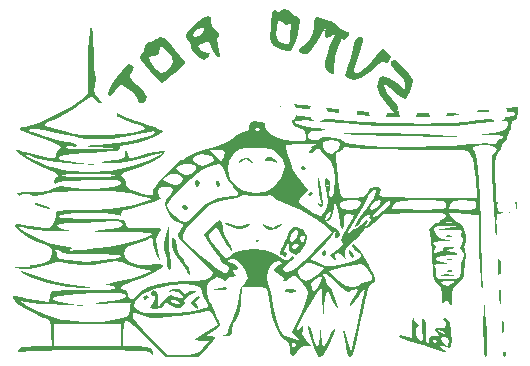
<source format=gbo>
G04 #@! TF.GenerationSoftware,KiCad,Pcbnew,(7.0.0)*
G04 #@! TF.CreationDate,2023-02-16T13:39:53+01:00*
G04 #@! TF.ProjectId,Sumo,53756d6f-2e6b-4696-9361-645f70636258,rev?*
G04 #@! TF.SameCoordinates,Original*
G04 #@! TF.FileFunction,Legend,Bot*
G04 #@! TF.FilePolarity,Positive*
%FSLAX46Y46*%
G04 Gerber Fmt 4.6, Leading zero omitted, Abs format (unit mm)*
G04 Created by KiCad (PCBNEW (7.0.0)) date 2023-02-16 13:39:53*
%MOMM*%
%LPD*%
G01*
G04 APERTURE LIST*
G04 Aperture macros list*
%AMRoundRect*
0 Rectangle with rounded corners*
0 $1 Rounding radius*
0 $2 $3 $4 $5 $6 $7 $8 $9 X,Y pos of 4 corners*
0 Add a 4 corners polygon primitive as box body*
4,1,4,$2,$3,$4,$5,$6,$7,$8,$9,$2,$3,0*
0 Add four circle primitives for the rounded corners*
1,1,$1+$1,$2,$3*
1,1,$1+$1,$4,$5*
1,1,$1+$1,$6,$7*
1,1,$1+$1,$8,$9*
0 Add four rect primitives between the rounded corners*
20,1,$1+$1,$2,$3,$4,$5,0*
20,1,$1+$1,$4,$5,$6,$7,0*
20,1,$1+$1,$6,$7,$8,$9,0*
20,1,$1+$1,$8,$9,$2,$3,0*%
G04 Aperture macros list end*
%ADD10R,1.600000X1.600000*%
%ADD11O,1.600000X1.600000*%
%ADD12R,1.700000X1.700000*%
%ADD13O,1.700000X1.700000*%
%ADD14C,1.600000*%
%ADD15C,5.600000*%
%ADD16RoundRect,0.250000X-0.625000X0.350000X-0.625000X-0.350000X0.625000X-0.350000X0.625000X0.350000X0*%
%ADD17O,1.750000X1.200000*%
G04 APERTURE END LIST*
G36*
X150365096Y-83536983D02*
G01*
X150455533Y-83607311D01*
X150247051Y-83655028D01*
X150048880Y-83641213D01*
X149990609Y-83552408D01*
X150059734Y-83513691D01*
X150365096Y-83536983D01*
G37*
G36*
X150365096Y-82560060D02*
G01*
X150455533Y-82630388D01*
X150247051Y-82678105D01*
X150048880Y-82664290D01*
X149990609Y-82575485D01*
X150059734Y-82536768D01*
X150365096Y-82560060D01*
G37*
G36*
X134046410Y-81000197D02*
G01*
X134076978Y-81058965D01*
X133916154Y-81130453D01*
X133812718Y-81116353D01*
X133785898Y-81000197D01*
X133814535Y-80976813D01*
X134046410Y-81000197D01*
G37*
G36*
X150471282Y-80604284D02*
G01*
X150504875Y-80613953D01*
X150533802Y-80673420D01*
X150230769Y-80701594D01*
X150184499Y-80701862D01*
X149878633Y-80675666D01*
X149885128Y-80611524D01*
X150045673Y-80575681D01*
X150471282Y-80604284D01*
G37*
G36*
X150472314Y-83921018D02*
G01*
X150608365Y-83955707D01*
X150478698Y-83990718D01*
X150035385Y-84005340D01*
X149672761Y-83998943D01*
X149416769Y-83969447D01*
X149495391Y-83923685D01*
X149894485Y-83888876D01*
X150472314Y-83921018D01*
G37*
G36*
X139777692Y-81998153D02*
G01*
X139753780Y-82143725D01*
X139582308Y-82302761D01*
X139535951Y-82297499D01*
X139386923Y-82118907D01*
X139394376Y-82064090D01*
X139582308Y-81814299D01*
X139682972Y-81795919D01*
X139777692Y-81998153D01*
G37*
G36*
X138605385Y-77015845D02*
G01*
X138597876Y-77072559D01*
X138410000Y-77222761D01*
X138365783Y-77220521D01*
X138214615Y-77136600D01*
X138223606Y-77105258D01*
X138410000Y-76929684D01*
X138485685Y-76899155D01*
X138605385Y-77015845D01*
G37*
G36*
X137870548Y-74688439D02*
G01*
X138019231Y-74878146D01*
X138013553Y-74924847D01*
X137823846Y-75073530D01*
X137777144Y-75067853D01*
X137628462Y-74878146D01*
X137634139Y-74831444D01*
X137823846Y-74682761D01*
X137870548Y-74688439D01*
G37*
G36*
X130647975Y-75992752D02*
G01*
X130790000Y-76257369D01*
X130784408Y-76300990D01*
X130594615Y-76441223D01*
X130501241Y-76403943D01*
X130399231Y-76136615D01*
X130427347Y-75997055D01*
X130594615Y-75952761D01*
X130647975Y-75992752D01*
G37*
G36*
X128926036Y-75888134D02*
G01*
X129031539Y-76148146D01*
X129009495Y-76282969D01*
X128836154Y-76441223D01*
X128746271Y-76408157D01*
X128640769Y-76148146D01*
X128662813Y-76013322D01*
X128836154Y-75855069D01*
X128926036Y-75888134D01*
G37*
G36*
X127895580Y-78028212D02*
G01*
X128054615Y-78199684D01*
X128049353Y-78246041D01*
X127870762Y-78395069D01*
X127815945Y-78387616D01*
X127566154Y-78199684D01*
X127547773Y-78099020D01*
X127750008Y-78004299D01*
X127895580Y-78028212D01*
G37*
G36*
X124592844Y-85629892D02*
G01*
X124733077Y-85819684D01*
X124695797Y-85913058D01*
X124428469Y-86015069D01*
X124288909Y-85986953D01*
X124244615Y-85819684D01*
X124284607Y-85766324D01*
X124549223Y-85624299D01*
X124592844Y-85629892D01*
G37*
G36*
X141844603Y-81924749D02*
G01*
X141988950Y-82069698D01*
X142122308Y-82326685D01*
X142121342Y-82356558D01*
X142018014Y-82506607D01*
X141828265Y-82399366D01*
X141672006Y-82096210D01*
X141649842Y-82006655D01*
X141649273Y-81810261D01*
X141844603Y-81924749D01*
G37*
G36*
X136831869Y-85117556D02*
G01*
X137208861Y-85169034D01*
X137311234Y-85272607D01*
X137147582Y-85370467D01*
X136749231Y-85428915D01*
X136436442Y-85394264D01*
X136187228Y-85272607D01*
X136180288Y-85252810D01*
X136337228Y-85155788D01*
X136749231Y-85116299D01*
X136831869Y-85117556D01*
G37*
G36*
X135504153Y-74226288D02*
G01*
X135608652Y-74356873D01*
X135647329Y-74468285D01*
X135381539Y-74350382D01*
X135100618Y-74251047D01*
X134719342Y-74246049D01*
X134584299Y-74268866D01*
X134584334Y-74121955D01*
X134739354Y-73966160D01*
X135111611Y-73938284D01*
X135504153Y-74226288D01*
G37*
G36*
X131376154Y-85071985D02*
G01*
X131376114Y-85073881D01*
X131201695Y-85186700D01*
X130790000Y-85233530D01*
X130783822Y-85233526D01*
X130373996Y-85211084D01*
X130203846Y-85158014D01*
X130203919Y-85156805D01*
X130379109Y-85078563D01*
X130790000Y-84996469D01*
X130806064Y-84994171D01*
X131209248Y-84983863D01*
X131376154Y-85071985D01*
G37*
G36*
X135996926Y-79652364D02*
G01*
X135783810Y-79866667D01*
X135486736Y-80046218D01*
X134940974Y-80126895D01*
X134493351Y-79849660D01*
X134370383Y-79686597D01*
X134421216Y-79642187D01*
X134767804Y-79785745D01*
X134827047Y-79812127D01*
X135248473Y-79925617D01*
X135523608Y-79796538D01*
X135651312Y-79692398D01*
X135957923Y-79573590D01*
X135996926Y-79652364D01*
G37*
G36*
X133243622Y-74062777D02*
G01*
X133492030Y-74291992D01*
X133517307Y-74373885D01*
X133499494Y-74483487D01*
X133264082Y-74316914D01*
X133225347Y-74285546D01*
X132925653Y-74146850D01*
X132614380Y-74316914D01*
X132522082Y-74391480D01*
X132354752Y-74480840D01*
X132386432Y-74291992D01*
X132545983Y-74109886D01*
X132939231Y-73998915D01*
X133243622Y-74062777D01*
G37*
G36*
X131718077Y-79635084D02*
G01*
X132115577Y-79776620D01*
X132646154Y-79751526D01*
X133053658Y-79612545D01*
X133291638Y-79597587D01*
X133222539Y-79743796D01*
X133061313Y-79851076D01*
X132646154Y-79999821D01*
X132254101Y-80008899D01*
X131758835Y-79908878D01*
X131350543Y-79737920D01*
X131180769Y-79543245D01*
X131181664Y-79533217D01*
X131349048Y-79497320D01*
X131718077Y-79635084D01*
G37*
G36*
X129033912Y-85819769D02*
G01*
X128843059Y-86010801D01*
X128824625Y-86022384D01*
X128668671Y-86212722D01*
X128823795Y-86488639D01*
X128939221Y-86677529D01*
X128884002Y-86796607D01*
X128735538Y-86747069D01*
X128440316Y-86497423D01*
X128392462Y-86436798D01*
X128315556Y-86182098D01*
X128562624Y-85927244D01*
X128818563Y-85776541D01*
X129025573Y-85748590D01*
X129033912Y-85819769D01*
G37*
G36*
X126433978Y-80935069D02*
G01*
X126438322Y-81554381D01*
X126486733Y-82300693D01*
X126570738Y-82840069D01*
X126579035Y-82872486D01*
X126642137Y-83329489D01*
X126515962Y-83475069D01*
X126381272Y-83385184D01*
X126296154Y-83049325D01*
X126234749Y-82584141D01*
X126078011Y-82020319D01*
X125990922Y-81716673D01*
X125982590Y-81204328D01*
X126161059Y-80541062D01*
X126462248Y-79665069D01*
X126433978Y-80935069D01*
G37*
G36*
X154720961Y-87274092D02*
G01*
X154776341Y-87658848D01*
X154842695Y-88295255D01*
X154909910Y-89092376D01*
X154929964Y-89372741D01*
X154966565Y-90234575D01*
X154935842Y-90736790D01*
X154836976Y-90899684D01*
X154810261Y-90890437D01*
X154710101Y-90617670D01*
X154648141Y-89983562D01*
X154626923Y-89010966D01*
X154629754Y-88493916D01*
X154644463Y-87805342D01*
X154668898Y-87348803D01*
X154699857Y-87203658D01*
X154720961Y-87274092D01*
G37*
G36*
X153169861Y-86595711D02*
G01*
X153222235Y-87088642D01*
X153281876Y-87817842D01*
X153341405Y-88701607D01*
X153373685Y-89297659D01*
X153395576Y-90195862D01*
X153361057Y-90725776D01*
X153269727Y-90899684D01*
X153213523Y-90844053D01*
X153131662Y-90452349D01*
X153081123Y-89703906D01*
X153063846Y-88620197D01*
X153069374Y-87751011D01*
X153084749Y-87038913D01*
X153107593Y-86571624D01*
X153135525Y-86422120D01*
X153169861Y-86595711D01*
G37*
G36*
X114282188Y-83653434D02*
G01*
X114982659Y-83928097D01*
X115693777Y-84188737D01*
X116911264Y-84509736D01*
X118277641Y-84760052D01*
X119653077Y-84910278D01*
X120074571Y-84940966D01*
X120233750Y-84964167D01*
X120033298Y-84981493D01*
X119457692Y-85000082D01*
X117806124Y-84930589D01*
X116216526Y-84645750D01*
X114838035Y-84171174D01*
X114203451Y-83854387D01*
X113880542Y-83636820D01*
X113910802Y-83563088D01*
X114282188Y-83653434D01*
G37*
G36*
X139136812Y-75845196D02*
G01*
X139273023Y-76538915D01*
X139283078Y-76591152D01*
X139399123Y-77277710D01*
X139459457Y-77801630D01*
X139451169Y-78053146D01*
X139281231Y-78188839D01*
X139075189Y-77974111D01*
X139027790Y-77854706D01*
X139194553Y-77908470D01*
X139202529Y-77913360D01*
X139365886Y-77951018D01*
X139306342Y-77694428D01*
X139246817Y-77480629D01*
X139152554Y-76921327D01*
X139083462Y-76245838D01*
X139058873Y-75891294D01*
X139041054Y-75538881D01*
X139063261Y-75517683D01*
X139136812Y-75845196D01*
G37*
G36*
X154372606Y-81537032D02*
G01*
X154438495Y-82107376D01*
X154459331Y-82313414D01*
X154520219Y-83194667D01*
X154561189Y-84229030D01*
X154574292Y-85233530D01*
X154573221Y-85508166D01*
X154568059Y-86248518D01*
X154556412Y-86627146D01*
X154532482Y-86666750D01*
X154490471Y-86390029D01*
X154424582Y-85819684D01*
X154403747Y-85613647D01*
X154342858Y-84732393D01*
X154301888Y-83698030D01*
X154288785Y-82693530D01*
X154289856Y-82418894D01*
X154295018Y-81678542D01*
X154306665Y-81299914D01*
X154330595Y-81260311D01*
X154372606Y-81537032D01*
G37*
G36*
X127014031Y-81050947D02*
G01*
X127085633Y-81483907D01*
X127103123Y-81624488D01*
X127308827Y-82148687D01*
X127671787Y-82686150D01*
X127821613Y-82875818D01*
X128122072Y-83374598D01*
X128234131Y-83760765D01*
X128218544Y-83950819D01*
X128151712Y-83974422D01*
X127989900Y-83655557D01*
X127945985Y-83565963D01*
X127628605Y-83051457D01*
X127224231Y-82517105D01*
X127159870Y-82435568D01*
X126909312Y-81999460D01*
X126735989Y-81521921D01*
X126660189Y-81102617D01*
X126702199Y-80841214D01*
X126882308Y-80837376D01*
X127014031Y-81050947D01*
G37*
G36*
X143226869Y-71882454D02*
G01*
X144303851Y-71904408D01*
X145482896Y-71936099D01*
X146714556Y-71976489D01*
X147949386Y-72024541D01*
X149137940Y-72079218D01*
X150230769Y-72139483D01*
X150410037Y-72150949D01*
X150798099Y-72184866D01*
X150809292Y-72208201D01*
X150454346Y-72220763D01*
X149743994Y-72222359D01*
X148688968Y-72212797D01*
X147300000Y-72191887D01*
X145971507Y-72164833D01*
X144586495Y-72127491D01*
X143338068Y-72084532D01*
X142289765Y-72038447D01*
X141505126Y-71991726D01*
X141047692Y-71946860D01*
X140928494Y-71912749D01*
X141102762Y-71885384D01*
X141576878Y-71871905D01*
X142301396Y-71871274D01*
X143226869Y-71882454D01*
G37*
G36*
X138270023Y-88210605D02*
G01*
X138432311Y-88528482D01*
X138606794Y-89048563D01*
X138673867Y-89277501D01*
X138883042Y-89829579D01*
X139049282Y-90002228D01*
X139164907Y-89793538D01*
X139222234Y-89201600D01*
X139252930Y-88261992D01*
X139490470Y-90215838D01*
X139957121Y-89238915D01*
X140167060Y-88838646D01*
X140386647Y-88522454D01*
X140502918Y-88491627D01*
X140494247Y-88656640D01*
X140351956Y-89100711D01*
X140105579Y-89667953D01*
X139812309Y-90230869D01*
X139529339Y-90661961D01*
X139409150Y-90774207D01*
X139134927Y-90848249D01*
X139056228Y-90769387D01*
X138872274Y-90421007D01*
X138656037Y-89895069D01*
X138444569Y-89299000D01*
X138274920Y-88740230D01*
X138184139Y-88326187D01*
X138209278Y-88164299D01*
X138270023Y-88210605D01*
G37*
G36*
X123294962Y-66121894D02*
G01*
X123450092Y-66354018D01*
X123279463Y-66779141D01*
X123168818Y-66966365D01*
X123137216Y-67197872D01*
X123320234Y-67450215D01*
X123767239Y-67829714D01*
X123814215Y-67868001D01*
X124337323Y-68412420D01*
X124541945Y-68897686D01*
X124407436Y-69277120D01*
X124216101Y-69396769D01*
X123901875Y-69332692D01*
X123720897Y-68977655D01*
X123708857Y-68923221D01*
X123458169Y-68530303D01*
X123004927Y-68167306D01*
X122351393Y-67786679D01*
X121896514Y-68352797D01*
X121632531Y-68656001D01*
X121438321Y-68761593D01*
X121317121Y-68600786D01*
X121310876Y-68578295D01*
X121388103Y-68249078D01*
X121647888Y-67747026D01*
X122017995Y-67175909D01*
X122426185Y-66639492D01*
X122800224Y-66241546D01*
X123067873Y-66085838D01*
X123294962Y-66121894D01*
G37*
G36*
X142765765Y-63780649D02*
G01*
X142903846Y-63988212D01*
X142868035Y-64189181D01*
X142726104Y-64681284D01*
X142513077Y-65304299D01*
X142502917Y-65332134D01*
X142244271Y-66094871D01*
X142142796Y-66564516D01*
X142193815Y-66801780D01*
X142392649Y-66867376D01*
X142586056Y-66781745D01*
X143013995Y-66413250D01*
X143599760Y-65788225D01*
X144306298Y-64943911D01*
X144386464Y-64858432D01*
X144598531Y-64823929D01*
X144915411Y-65079796D01*
X145069210Y-65244245D01*
X145198120Y-65518111D01*
X145055046Y-65790388D01*
X144868553Y-65945013D01*
X144624827Y-65931127D01*
X144463697Y-65937800D01*
X144093238Y-66171558D01*
X143606717Y-66606692D01*
X143434731Y-66772584D01*
X142734297Y-67291084D01*
X142118962Y-67454178D01*
X141553821Y-67273199D01*
X141493982Y-67230305D01*
X141376040Y-66984280D01*
X141482315Y-66543499D01*
X141533732Y-66397869D01*
X141730846Y-65783529D01*
X141927301Y-65108915D01*
X141997856Y-64851829D01*
X142146347Y-64312301D01*
X142236906Y-63985453D01*
X142256720Y-63934078D01*
X142483878Y-63762331D01*
X142765765Y-63780649D01*
G37*
G36*
X127785739Y-65905131D02*
G01*
X127844856Y-65979651D01*
X126923967Y-66805528D01*
X126474786Y-67196589D01*
X126080208Y-67514779D01*
X125883275Y-67640159D01*
X125863532Y-67636141D01*
X125633019Y-67461004D01*
X125254058Y-67094017D01*
X124811540Y-66627159D01*
X124390355Y-66152407D01*
X124075391Y-65761739D01*
X123951539Y-65547131D01*
X123972089Y-65473774D01*
X124769633Y-65473774D01*
X124824967Y-65806145D01*
X125195664Y-66330069D01*
X125393730Y-66550247D01*
X125748349Y-66817401D01*
X126067955Y-66764301D01*
X126474220Y-66397349D01*
X126583217Y-66275656D01*
X126793215Y-65905131D01*
X126721761Y-65564778D01*
X126681971Y-65495234D01*
X126409506Y-65132216D01*
X126087465Y-64809909D01*
X125814050Y-64616210D01*
X125687463Y-64639017D01*
X125676822Y-64729139D01*
X125638616Y-65108915D01*
X125544459Y-65283716D01*
X125172692Y-65355449D01*
X125030049Y-65349425D01*
X124769633Y-65473774D01*
X123972089Y-65473774D01*
X123983078Y-65434547D01*
X124193502Y-65140490D01*
X124304145Y-64993027D01*
X124437732Y-64564106D01*
X124488961Y-64388344D01*
X124774422Y-64227416D01*
X124953818Y-64199560D01*
X125350806Y-63983186D01*
X125427674Y-63911506D01*
X125707011Y-63770416D01*
X126014592Y-63859468D01*
X126411042Y-64211771D01*
X126956983Y-64860437D01*
X127785739Y-65905131D01*
G37*
G36*
X137513780Y-62519439D02*
G01*
X137482540Y-62885200D01*
X137355553Y-63510682D01*
X137177185Y-64150738D01*
X136982299Y-64671468D01*
X136805762Y-64938969D01*
X136530007Y-64984446D01*
X135988989Y-64844140D01*
X135334923Y-64509315D01*
X135222406Y-64426128D01*
X135072446Y-64188286D01*
X135019657Y-63776017D01*
X135025047Y-63610470D01*
X135536427Y-63610470D01*
X135662701Y-64019943D01*
X135833603Y-64172620D01*
X136267170Y-64385663D01*
X136303559Y-64394651D01*
X136578745Y-64365667D01*
X136651539Y-64040431D01*
X136680338Y-63537046D01*
X136751148Y-62935261D01*
X136766505Y-62825858D01*
X136786014Y-62519439D01*
X136734866Y-62520069D01*
X136659405Y-62644111D01*
X136385175Y-62741621D01*
X135998357Y-62473975D01*
X135965549Y-62441837D01*
X135787774Y-62333864D01*
X135675596Y-62488696D01*
X135575316Y-62969194D01*
X135536427Y-63610470D01*
X135025047Y-63610470D01*
X135042219Y-63082992D01*
X135082901Y-62484761D01*
X135150643Y-61865262D01*
X135242900Y-61546463D01*
X135379241Y-61474101D01*
X135579235Y-61593911D01*
X135777095Y-61720501D01*
X135870000Y-61615916D01*
X135936374Y-61476851D01*
X136215172Y-61400317D01*
X136553493Y-61476011D01*
X136776267Y-61689684D01*
X136857226Y-61825556D01*
X137140000Y-61982761D01*
X137265315Y-62013753D01*
X137501017Y-62268759D01*
X137523282Y-62408194D01*
X137513780Y-62519439D01*
G37*
G36*
X130448039Y-63222903D02*
G01*
X130701701Y-63498611D01*
X130666014Y-63666731D01*
X130650627Y-63674006D01*
X130537644Y-63925348D01*
X130612507Y-64482679D01*
X130709902Y-64915893D01*
X130772164Y-65302240D01*
X130735075Y-65465828D01*
X130597238Y-65499684D01*
X130559718Y-65489438D01*
X130349175Y-65257503D01*
X130118746Y-64815838D01*
X130003482Y-64547830D01*
X129805440Y-64220064D01*
X129576278Y-64170885D01*
X129201463Y-64341002D01*
X129157442Y-64365171D01*
X128932685Y-64575024D01*
X129042847Y-64829464D01*
X129224901Y-64977183D01*
X129665540Y-65108915D01*
X129733629Y-65109805D01*
X129940899Y-65174133D01*
X129813077Y-65401992D01*
X129655979Y-65562525D01*
X129424733Y-65695069D01*
X129382402Y-65691046D01*
X129054831Y-65527505D01*
X128687372Y-65212359D01*
X128402878Y-64866598D01*
X128324201Y-64611215D01*
X128332555Y-64437726D01*
X128140694Y-64122353D01*
X127947520Y-63916454D01*
X127907024Y-63683447D01*
X128467346Y-63683447D01*
X128650574Y-63779517D01*
X128976040Y-63690890D01*
X129284922Y-63480450D01*
X129422308Y-63222903D01*
X129395682Y-63062156D01*
X129181957Y-62982055D01*
X128748921Y-63220952D01*
X128545054Y-63424813D01*
X128467346Y-63683447D01*
X127907024Y-63683447D01*
X127895416Y-63616656D01*
X128111268Y-63231110D01*
X128619105Y-62687761D01*
X128752875Y-62562593D01*
X129287850Y-62172399D01*
X129721900Y-62019602D01*
X129993372Y-62113870D01*
X130040611Y-62464871D01*
X130111717Y-62810391D01*
X130431380Y-63204916D01*
X130431814Y-63205268D01*
X130448039Y-63222903D01*
G37*
G36*
X139531608Y-62249620D02*
G01*
X139588161Y-62278247D01*
X139993775Y-62444491D01*
X140208048Y-62464200D01*
X140221375Y-62457169D01*
X140427045Y-62560463D01*
X140755339Y-62862762D01*
X140787644Y-62896492D01*
X141171406Y-63218219D01*
X141472520Y-63350453D01*
X141662716Y-63398957D01*
X141699835Y-63618154D01*
X141438462Y-63936607D01*
X141264382Y-64047434D01*
X141144181Y-64009377D01*
X141144163Y-64007291D01*
X141096020Y-63904043D01*
X140978705Y-64087382D01*
X140824681Y-64467312D01*
X140666410Y-64953841D01*
X140536357Y-65456973D01*
X140466982Y-65886715D01*
X140445982Y-66149223D01*
X140405141Y-66612852D01*
X140381106Y-66818530D01*
X140316728Y-66875181D01*
X140062379Y-66809632D01*
X139769171Y-66564032D01*
X139715955Y-66491830D01*
X139631274Y-66224455D01*
X139678458Y-65812643D01*
X139864865Y-65147494D01*
X140030860Y-64652475D01*
X140246880Y-64101330D01*
X140409695Y-63790069D01*
X140501954Y-63641929D01*
X140399301Y-63545838D01*
X140336636Y-63553705D01*
X140068800Y-63744410D01*
X140029761Y-63798109D01*
X139824946Y-63864480D01*
X139676694Y-63674041D01*
X139685219Y-63334010D01*
X139747939Y-63079644D01*
X139706067Y-62969655D01*
X139541827Y-63150892D01*
X139297826Y-63594684D01*
X138980509Y-64183693D01*
X138529504Y-64809220D01*
X138103893Y-65182390D01*
X137757396Y-65245632D01*
X137492174Y-65058503D01*
X137483935Y-64786227D01*
X137815562Y-64581540D01*
X138044741Y-64411375D01*
X138339794Y-63987041D01*
X138597455Y-63454147D01*
X138751769Y-62952885D01*
X138736780Y-62623447D01*
X138706569Y-62524170D01*
X138787734Y-62199238D01*
X138867168Y-62103290D01*
X139100690Y-62067059D01*
X139531608Y-62249620D01*
G37*
G36*
X137882802Y-80183037D02*
G01*
X138149730Y-80605784D01*
X138132291Y-80740109D01*
X138074439Y-81185715D01*
X137918890Y-81429662D01*
X137635256Y-81874486D01*
X137479082Y-82046052D01*
X137186496Y-82212067D01*
X136845878Y-82106817D01*
X136565522Y-81860035D01*
X136568074Y-81542126D01*
X136846923Y-81542126D01*
X136879828Y-81622210D01*
X137140000Y-81716607D01*
X137276542Y-81683348D01*
X137433077Y-81429662D01*
X137392065Y-81285202D01*
X137140000Y-81255182D01*
X137002413Y-81328535D01*
X136846923Y-81542126D01*
X136568074Y-81542126D01*
X136568729Y-81460477D01*
X136592594Y-81379872D01*
X136630731Y-81142102D01*
X136518647Y-81248839D01*
X136267742Y-81691339D01*
X136144533Y-81997443D01*
X136241276Y-82021731D01*
X136386149Y-81984335D01*
X136451910Y-82130439D01*
X136313686Y-82380101D01*
X136258069Y-82417183D01*
X136101614Y-82313755D01*
X136067063Y-82249609D01*
X135849072Y-82218003D01*
X135812017Y-82217414D01*
X135857981Y-82006925D01*
X136051200Y-81584220D01*
X136114509Y-81459529D01*
X136380865Y-80897579D01*
X136657571Y-80897579D01*
X136755942Y-81114932D01*
X136985233Y-81051849D01*
X137211663Y-80770654D01*
X137566712Y-80770654D01*
X137609407Y-81099623D01*
X137760842Y-81236722D01*
X137898947Y-81021178D01*
X137959312Y-80740109D01*
X137867009Y-80550366D01*
X137633341Y-80656651D01*
X137566712Y-80770654D01*
X137211663Y-80770654D01*
X137239853Y-80735646D01*
X137337309Y-80497720D01*
X137345495Y-80183037D01*
X137190693Y-80084594D01*
X136932072Y-80288377D01*
X136773071Y-80543610D01*
X136657752Y-80886223D01*
X136657571Y-80897579D01*
X136380865Y-80897579D01*
X136414451Y-80826721D01*
X136641746Y-80286950D01*
X136724310Y-80089203D01*
X136943125Y-79842739D01*
X137286690Y-79868304D01*
X137864489Y-80154033D01*
X137882802Y-80183037D01*
G37*
G36*
X127750200Y-86353945D02*
G01*
X127663846Y-86503530D01*
X127431567Y-86713759D01*
X127048163Y-86761193D01*
X126533531Y-86491413D01*
X126309582Y-86343815D01*
X126101535Y-86295017D01*
X125980691Y-86491413D01*
X125762144Y-86699560D01*
X125249481Y-86793615D01*
X125185048Y-86792474D01*
X124866381Y-86743980D01*
X124853281Y-86647077D01*
X124928719Y-86582203D01*
X125112135Y-86304403D01*
X125236487Y-85978736D01*
X125260971Y-85736516D01*
X125144779Y-85709055D01*
X125030257Y-85736111D01*
X124928462Y-85538138D01*
X124950909Y-85392728D01*
X125112315Y-85233530D01*
X125309184Y-85309219D01*
X125511277Y-85666209D01*
X125545846Y-86210453D01*
X125491440Y-86698915D01*
X125892849Y-86210453D01*
X126589231Y-86210453D01*
X126744069Y-86325411D01*
X127138070Y-86402846D01*
X127236267Y-86400903D01*
X127429314Y-86353945D01*
X127273077Y-86210453D01*
X127209843Y-86172109D01*
X126852593Y-86036581D01*
X126603492Y-86049363D01*
X126589231Y-86210453D01*
X125892849Y-86210453D01*
X125967678Y-86119396D01*
X126007873Y-86070708D01*
X126333331Y-85731185D01*
X126605332Y-85653214D01*
X126981438Y-85784788D01*
X127082864Y-85829053D01*
X127502714Y-85942417D01*
X127638638Y-85833697D01*
X127461956Y-85518768D01*
X127237619Y-85347754D01*
X126701421Y-85324597D01*
X126568892Y-85353478D01*
X126362291Y-85365928D01*
X126491539Y-85242457D01*
X126785471Y-85097021D01*
X127277929Y-85079310D01*
X127627100Y-85356313D01*
X127767120Y-85530367D01*
X127941416Y-85454005D01*
X128104836Y-85326316D01*
X128505762Y-85245915D01*
X128713107Y-85253970D01*
X128811775Y-85294908D01*
X128536294Y-85419443D01*
X128524507Y-85424320D01*
X128194685Y-85621254D01*
X127893593Y-85883254D01*
X127717215Y-86112320D01*
X127761539Y-86210453D01*
X127800251Y-86267245D01*
X127750200Y-86353945D01*
G37*
G36*
X150356222Y-88905270D02*
G01*
X150414164Y-89472904D01*
X150405918Y-89531992D01*
X150347504Y-89950555D01*
X150126947Y-90110338D01*
X149748269Y-89969951D01*
X149487453Y-89854767D01*
X149351539Y-89911397D01*
X149411616Y-90052124D01*
X149693462Y-90297880D01*
X149861628Y-90401325D01*
X149935530Y-90481446D01*
X149738840Y-90449096D01*
X149239324Y-90297302D01*
X148404746Y-90019091D01*
X148269405Y-89973511D01*
X147570108Y-89749378D01*
X147021482Y-89591627D01*
X146732474Y-89531992D01*
X146504517Y-89470330D01*
X146116190Y-89245211D01*
X146114054Y-89243596D01*
X145897386Y-89062862D01*
X145969056Y-89032510D01*
X146371923Y-89133880D01*
X147006923Y-89309329D01*
X147022348Y-88297199D01*
X147038699Y-87906023D01*
X147085754Y-87583885D01*
X147149337Y-87578146D01*
X147214142Y-87711362D01*
X147475835Y-88017761D01*
X147582067Y-88126264D01*
X147464391Y-88311336D01*
X147323638Y-88579031D01*
X147344378Y-88991425D01*
X147495889Y-89367593D01*
X147738718Y-89531992D01*
X147766377Y-89531130D01*
X147920875Y-89442259D01*
X147962018Y-89145946D01*
X147904596Y-88555069D01*
X147873673Y-88282509D01*
X147868818Y-87759886D01*
X147977117Y-87578146D01*
X148059780Y-87631588D01*
X148174079Y-87977766D01*
X148225844Y-88562360D01*
X148202223Y-89287761D01*
X148222330Y-89563601D01*
X148361088Y-89727376D01*
X148445850Y-89685709D01*
X148445497Y-89531992D01*
X148765385Y-89531992D01*
X148771062Y-89578694D01*
X148960769Y-89727376D01*
X149007471Y-89721699D01*
X149156154Y-89531992D01*
X149150476Y-89485290D01*
X148960769Y-89336607D01*
X148914068Y-89342285D01*
X148765385Y-89531992D01*
X148445497Y-89531992D01*
X148445272Y-89434299D01*
X148419996Y-89277866D01*
X148473690Y-89235675D01*
X149441057Y-89235675D01*
X149546923Y-89531992D01*
X149713843Y-89770310D01*
X149944567Y-89922761D01*
X150054104Y-89849530D01*
X150133077Y-89531992D01*
X150066663Y-89275928D01*
X149735433Y-89141223D01*
X149622517Y-89144479D01*
X149441057Y-89235675D01*
X148473690Y-89235675D01*
X148619541Y-89121071D01*
X149156154Y-89134402D01*
X149342301Y-89116150D01*
X149205000Y-88923090D01*
X148986323Y-88616367D01*
X148993104Y-88595636D01*
X149195148Y-88595636D01*
X149351539Y-88750453D01*
X149518909Y-88842571D01*
X149840000Y-88939854D01*
X149898698Y-88905270D01*
X149742308Y-88750453D01*
X149574937Y-88658336D01*
X149253846Y-88561052D01*
X149195148Y-88595636D01*
X148993104Y-88595636D01*
X149052991Y-88412556D01*
X149449231Y-88407505D01*
X149503692Y-88417276D01*
X149844362Y-88400414D01*
X149937692Y-88153487D01*
X149903376Y-87962622D01*
X149693462Y-87707545D01*
X149604121Y-87643505D01*
X149787431Y-87593571D01*
X150011281Y-87665069D01*
X150214176Y-88017761D01*
X150331153Y-88659682D01*
X150356222Y-88905270D01*
G37*
G36*
X155465158Y-71037570D02*
G01*
X155408462Y-71230966D01*
X155379922Y-71538193D01*
X155272550Y-71822775D01*
X155202766Y-71926216D01*
X155087805Y-72291408D01*
X155036892Y-72464163D01*
X154832948Y-72692804D01*
X154755377Y-72738110D01*
X154626923Y-73024318D01*
X154560030Y-73250465D01*
X154301922Y-73612158D01*
X154281059Y-73633803D01*
X154103472Y-73945689D01*
X154022360Y-74447864D01*
X154020832Y-75238037D01*
X154037040Y-75678369D01*
X154088443Y-76475486D01*
X154185271Y-76981662D01*
X154361207Y-77267109D01*
X154649932Y-77402040D01*
X155085128Y-77456666D01*
X155255643Y-77470171D01*
X155686570Y-77546081D01*
X155868952Y-77727571D01*
X155915139Y-78101992D01*
X155923651Y-78460277D01*
X155907944Y-78491362D01*
X155853913Y-78150838D01*
X155850664Y-78129244D01*
X155750963Y-77790302D01*
X155510585Y-77644615D01*
X155005313Y-77613530D01*
X154959954Y-77613609D01*
X154484164Y-77646050D01*
X154279737Y-77785448D01*
X154236154Y-78101992D01*
X154277115Y-78407911D01*
X154483962Y-78567905D01*
X154968846Y-78623298D01*
X155701539Y-78656143D01*
X154968846Y-78732785D01*
X154236154Y-78809427D01*
X154213489Y-79823402D01*
X154204643Y-80126328D01*
X154175582Y-80538066D01*
X154134815Y-80569249D01*
X154083192Y-80226824D01*
X154021561Y-79517738D01*
X153950772Y-78448940D01*
X153871675Y-77027376D01*
X153860993Y-76820579D01*
X153806274Y-75666978D01*
X153780603Y-74835427D01*
X153786460Y-74267018D01*
X153826324Y-73902845D01*
X153902675Y-73684003D01*
X154017993Y-73551585D01*
X154092501Y-73490017D01*
X154227721Y-73292965D01*
X154039818Y-73114961D01*
X153947883Y-73068533D01*
X153497427Y-72962782D01*
X152947955Y-72932792D01*
X152460064Y-72979522D01*
X152194351Y-73103932D01*
X152177636Y-73248433D01*
X152348691Y-73548924D01*
X152365640Y-73568975D01*
X152459121Y-73809902D01*
X152543953Y-74278803D01*
X152621593Y-74998933D01*
X152693501Y-75993549D01*
X152761136Y-77285907D01*
X152767028Y-77432568D01*
X152789999Y-78004299D01*
X152825956Y-78899263D01*
X152889420Y-80856872D01*
X152952987Y-83181992D01*
X152973384Y-84036604D01*
X152987238Y-84847370D01*
X152984977Y-85297030D01*
X152965674Y-85402383D01*
X152928404Y-85180232D01*
X152872240Y-84647376D01*
X152838793Y-84260617D01*
X152769876Y-83190012D01*
X152718013Y-82006699D01*
X152692469Y-80903577D01*
X152673077Y-78820546D01*
X151451923Y-78746560D01*
X150870872Y-78714718D01*
X150385851Y-78695580D01*
X150180684Y-78697881D01*
X150170956Y-78708141D01*
X150263082Y-78880416D01*
X150530356Y-79162433D01*
X150857821Y-79443464D01*
X150963841Y-79509291D01*
X151130523Y-79612783D01*
X151222252Y-79673667D01*
X151434796Y-80036116D01*
X151575092Y-80557347D01*
X151608481Y-81069435D01*
X151500305Y-81404456D01*
X151437223Y-81496823D01*
X151488377Y-81799881D01*
X151527656Y-81880842D01*
X151553471Y-82165473D01*
X151565223Y-82295042D01*
X151503475Y-82875549D01*
X151464941Y-83112403D01*
X151414110Y-83653862D01*
X151437360Y-83982414D01*
X151443432Y-84039340D01*
X151284175Y-84333939D01*
X151039133Y-84562081D01*
X150913254Y-84679278D01*
X150550494Y-84987200D01*
X150366163Y-85346480D01*
X150367741Y-85880424D01*
X150372415Y-85930014D01*
X150397257Y-86357537D01*
X150341603Y-86454303D01*
X150180539Y-86272494D01*
X150102557Y-86170068D01*
X149908995Y-86031668D01*
X149726505Y-86211405D01*
X149644632Y-86306016D01*
X149574032Y-86214102D01*
X149582756Y-85771150D01*
X149592153Y-85524971D01*
X149502247Y-85055195D01*
X149197929Y-84732799D01*
X148993863Y-84524866D01*
X149455690Y-84524866D01*
X149546923Y-84647376D01*
X149714294Y-84739494D01*
X150035385Y-84836777D01*
X150167657Y-84812708D01*
X150523846Y-84647376D01*
X150618273Y-84562081D01*
X150504032Y-84481807D01*
X150035385Y-84457975D01*
X149697509Y-84467077D01*
X149455690Y-84524866D01*
X148993863Y-84524866D01*
X148940291Y-84470279D01*
X148763390Y-83902103D01*
X148761030Y-83459963D01*
X148737109Y-82594500D01*
X148693331Y-81744020D01*
X148653765Y-81230311D01*
X148769442Y-81230311D01*
X148970257Y-81429394D01*
X149060464Y-81551304D01*
X148921411Y-81868276D01*
X148852576Y-81955185D01*
X148784477Y-82108435D01*
X149025596Y-82046266D01*
X149242652Y-81975621D01*
X149574434Y-81911992D01*
X149638236Y-81897049D01*
X149644615Y-81716607D01*
X149636090Y-81699870D01*
X149749925Y-81576217D01*
X150170392Y-81540698D01*
X150572814Y-81561102D01*
X150619325Y-81604977D01*
X150328462Y-81698990D01*
X150240893Y-81724141D01*
X150008208Y-81813255D01*
X150091962Y-81892468D01*
X150523846Y-82012656D01*
X150558554Y-82021544D01*
X150896710Y-82116529D01*
X150952108Y-82174340D01*
X150688922Y-82214184D01*
X150071327Y-82255269D01*
X149631341Y-82298455D01*
X149142187Y-82424928D01*
X149009686Y-82590271D01*
X149243970Y-82763604D01*
X149855173Y-82914044D01*
X150167583Y-82965157D01*
X150372219Y-83008472D01*
X150219628Y-83014641D01*
X149693331Y-82991559D01*
X149653829Y-82989678D01*
X149125676Y-82985264D01*
X148920424Y-83049819D01*
X148976781Y-83201284D01*
X149075016Y-83420232D01*
X149061438Y-83856462D01*
X149019241Y-84046957D01*
X149100051Y-84186262D01*
X149406965Y-84244729D01*
X150022218Y-84256607D01*
X150613809Y-84246880D01*
X150956753Y-84185552D01*
X151099101Y-84025422D01*
X151138929Y-83719299D01*
X151162362Y-83302362D01*
X151187775Y-82888915D01*
X151209834Y-82750697D01*
X151379263Y-82329762D01*
X151441541Y-82165473D01*
X151281570Y-81896109D01*
X151252509Y-81877322D01*
X151112567Y-81673357D01*
X151252537Y-81340858D01*
X151371418Y-81082387D01*
X151293436Y-80829991D01*
X151205915Y-80720310D01*
X151197710Y-80381318D01*
X151220300Y-80266262D01*
X151131919Y-80136125D01*
X150811333Y-80083155D01*
X150179888Y-80084405D01*
X149058462Y-80112972D01*
X151012308Y-79824152D01*
X150019103Y-79793457D01*
X149965837Y-79791863D01*
X149305318Y-79794640D01*
X148969728Y-79878235D01*
X148898869Y-80082556D01*
X149032545Y-80447513D01*
X149184969Y-80686482D01*
X149528873Y-80893823D01*
X150133077Y-80993589D01*
X150379526Y-81016128D01*
X150589759Y-81045177D01*
X150429406Y-81056073D01*
X149888490Y-81051164D01*
X149482284Y-81051961D01*
X148938054Y-81105350D01*
X148769442Y-81230311D01*
X148653765Y-81230311D01*
X148636215Y-81002458D01*
X148572278Y-80463748D01*
X148508037Y-80221823D01*
X148481544Y-80185107D01*
X148524216Y-79936718D01*
X148766093Y-79683410D01*
X149082385Y-79567376D01*
X149195084Y-79549315D01*
X149233459Y-79505821D01*
X149855703Y-79505821D01*
X150133077Y-79536526D01*
X150401853Y-79509291D01*
X150377308Y-79437977D01*
X150288866Y-79412171D01*
X149888846Y-79437977D01*
X149855703Y-79505821D01*
X149233459Y-79505821D01*
X149351539Y-79371992D01*
X149384604Y-79282109D01*
X149644615Y-79176607D01*
X149780992Y-79144316D01*
X149937692Y-78897289D01*
X149935847Y-78872884D01*
X149850795Y-78767584D01*
X149598439Y-78700423D01*
X149123042Y-78666903D01*
X148368867Y-78662524D01*
X147280179Y-78682787D01*
X144622666Y-78747604D01*
X143998185Y-79352875D01*
X143782270Y-79552305D01*
X143412730Y-79841432D01*
X143187439Y-79953460D01*
X143162072Y-79868679D01*
X143392308Y-79567376D01*
X143585581Y-79288731D01*
X143508751Y-79176607D01*
X143422356Y-79159413D01*
X143392308Y-78981223D01*
X143422478Y-78925577D01*
X143750594Y-78925577D01*
X143754229Y-79056151D01*
X144034014Y-78920324D01*
X144571128Y-78499274D01*
X144800750Y-78283420D01*
X145248462Y-78283420D01*
X145248584Y-78284565D01*
X145440187Y-78327517D01*
X145945141Y-78362649D01*
X146687939Y-78386364D01*
X147593077Y-78395069D01*
X148283333Y-78393680D01*
X149051586Y-78381297D01*
X149536392Y-78346960D01*
X149669697Y-78313356D01*
X150133077Y-78313356D01*
X150262190Y-78350523D01*
X150686988Y-78382692D01*
X151305385Y-78395069D01*
X151824621Y-78387885D01*
X152247016Y-78340484D01*
X152434918Y-78222552D01*
X152477692Y-78004299D01*
X152468041Y-77876167D01*
X152354525Y-77707184D01*
X152037613Y-77631175D01*
X151423981Y-77613530D01*
X151231698Y-77616062D01*
X150581254Y-77698013D01*
X150235097Y-77919575D01*
X150213147Y-78004299D01*
X150133077Y-78313356D01*
X149669697Y-78313356D01*
X149802507Y-78279877D01*
X149914689Y-78169254D01*
X149937692Y-78004299D01*
X149936492Y-77951628D01*
X149891928Y-77795171D01*
X149732078Y-77696162D01*
X149388081Y-77641570D01*
X148791075Y-77618369D01*
X147872198Y-77613530D01*
X147048219Y-77623055D01*
X146274280Y-77667712D01*
X146228265Y-77675977D01*
X146176827Y-77685216D01*
X145786846Y-77755262D01*
X145527583Y-77892651D01*
X145369707Y-78070234D01*
X145248462Y-78283420D01*
X144800750Y-78283420D01*
X144854455Y-78232935D01*
X145141020Y-77883924D01*
X145189891Y-77685216D01*
X145078746Y-77682372D01*
X144752025Y-77875479D01*
X144323641Y-78251787D01*
X144041931Y-78547423D01*
X143750594Y-78925577D01*
X143422478Y-78925577D01*
X143449912Y-78874979D01*
X143441032Y-78751300D01*
X143258119Y-78826768D01*
X142983737Y-79053408D01*
X142700451Y-79383241D01*
X142619472Y-79492394D01*
X142335365Y-79801808D01*
X142166046Y-79871627D01*
X142162927Y-79793603D01*
X142319750Y-79477243D01*
X142637036Y-79029993D01*
X142894553Y-78694912D01*
X143215330Y-78238761D01*
X143490000Y-78238761D01*
X143497446Y-78298005D01*
X143664869Y-78400573D01*
X143952400Y-78288463D01*
X144226195Y-78004299D01*
X144273577Y-77926498D01*
X144370298Y-77675977D01*
X144214579Y-77613530D01*
X143982561Y-77676630D01*
X143644876Y-77933430D01*
X143490000Y-78238761D01*
X143215330Y-78238761D01*
X143381758Y-78002098D01*
X143758956Y-77387480D01*
X143981683Y-76926896D01*
X144005470Y-76696180D01*
X143950153Y-76671032D01*
X143693566Y-76761061D01*
X143421253Y-76996198D01*
X143294615Y-77250567D01*
X143279370Y-77320395D01*
X143120315Y-77670837D01*
X143019133Y-77848111D01*
X142844131Y-78154721D01*
X142589438Y-78571885D01*
X142161973Y-79298615D01*
X141835019Y-79889176D01*
X141634103Y-80294074D01*
X141584750Y-80463817D01*
X141712484Y-80348915D01*
X141755538Y-80297573D01*
X142011222Y-80047391D01*
X142117963Y-80043546D01*
X142140920Y-80072047D01*
X142351031Y-79968629D01*
X142708462Y-79665069D01*
X142869417Y-79519365D01*
X143173809Y-79306021D01*
X143294615Y-79323906D01*
X143286917Y-79389337D01*
X143096044Y-79667038D01*
X143034036Y-79719175D01*
X142998571Y-79953343D01*
X142924657Y-80145018D01*
X142619970Y-80512471D01*
X142150671Y-80970154D01*
X141723788Y-81367780D01*
X141413382Y-81727654D01*
X141313099Y-82010058D01*
X141368975Y-82307304D01*
X141447567Y-82546107D01*
X141447072Y-82653937D01*
X141270444Y-82449299D01*
X141055337Y-82241413D01*
X140733964Y-82107201D01*
X140511086Y-82176496D01*
X140504253Y-82449299D01*
X140549763Y-82578967D01*
X140534190Y-82686332D01*
X140290390Y-82512822D01*
X140135343Y-82380647D01*
X140059056Y-82211705D01*
X140302654Y-82045856D01*
X140399258Y-81993086D01*
X140926936Y-81634878D01*
X141178964Y-81323838D01*
X141112145Y-81109910D01*
X141033482Y-80946381D01*
X141149282Y-80576406D01*
X141498297Y-79959081D01*
X141780464Y-79495955D01*
X142027296Y-79068181D01*
X142122308Y-78870548D01*
X142018819Y-78816894D01*
X141667685Y-78785838D01*
X141461942Y-78799952D01*
X141282512Y-78946458D01*
X141295696Y-79348854D01*
X141293007Y-79775230D01*
X141164165Y-80044231D01*
X141153849Y-80050163D01*
X140998617Y-79968538D01*
X140935136Y-79530061D01*
X140934606Y-79511365D01*
X140844643Y-78860036D01*
X140656923Y-78199684D01*
X140581681Y-78004299D01*
X140950000Y-78004299D01*
X140989204Y-78220928D01*
X141207715Y-78360345D01*
X141710635Y-78395069D01*
X142302421Y-78322314D01*
X142589865Y-78086012D01*
X142672262Y-77848111D01*
X142643862Y-77683461D01*
X142390483Y-77622431D01*
X141829231Y-77613530D01*
X141766068Y-77613679D01*
X141246404Y-77644625D01*
X141007528Y-77760100D01*
X140950000Y-78004299D01*
X140581681Y-78004299D01*
X140393575Y-77515838D01*
X140378711Y-78134858D01*
X140335536Y-78665016D01*
X140175076Y-79188315D01*
X139913096Y-79371992D01*
X139815091Y-79338228D01*
X139934000Y-79137530D01*
X140038890Y-79001013D01*
X140168462Y-78605594D01*
X140167853Y-78578900D01*
X140086560Y-78490225D01*
X139858427Y-78750757D01*
X139692620Y-79226504D01*
X139907421Y-79636952D01*
X140502355Y-79973664D01*
X140532893Y-79985843D01*
X140871082Y-80249429D01*
X140928783Y-80563552D01*
X140679038Y-80801854D01*
X140495101Y-80788857D01*
X140497096Y-80480835D01*
X140541031Y-80259560D01*
X140522962Y-80179177D01*
X140446369Y-80299281D01*
X140352417Y-80446607D01*
X140161296Y-80710136D01*
X139755457Y-81190900D01*
X139260373Y-81727365D01*
X138402029Y-82617354D01*
X139116688Y-82958151D01*
X139669210Y-83152819D01*
X140439520Y-83184086D01*
X141547289Y-82941661D01*
X142294330Y-82696124D01*
X142666437Y-82446261D01*
X142671572Y-82186680D01*
X142317692Y-81911992D01*
X142079570Y-81743816D01*
X141926923Y-81507474D01*
X141927326Y-81486886D01*
X142025681Y-81342072D01*
X142264931Y-81482999D01*
X142598326Y-81857710D01*
X142979112Y-82414251D01*
X143360537Y-83100665D01*
X143495091Y-83372199D01*
X143774814Y-83970731D01*
X143887237Y-84306965D01*
X143892692Y-84323281D01*
X143866124Y-84503158D01*
X143712508Y-84583671D01*
X143542445Y-84693789D01*
X143318908Y-85114517D01*
X143114704Y-85881533D01*
X143053113Y-86170966D01*
X142863968Y-87037814D01*
X142653569Y-87978342D01*
X142442842Y-88901460D01*
X142252715Y-89716078D01*
X142104114Y-90331106D01*
X142017966Y-90655453D01*
X141976137Y-90744877D01*
X141753195Y-90899684D01*
X141655356Y-90849945D01*
X141519843Y-90561197D01*
X141390016Y-89974441D01*
X141253451Y-89043530D01*
X141211117Y-88676289D01*
X141222373Y-88558293D01*
X141312956Y-88771333D01*
X141500754Y-89336607D01*
X141848738Y-90411223D01*
X142165819Y-89043530D01*
X142332838Y-88313099D01*
X142541326Y-87380030D01*
X142710433Y-86601223D01*
X142803267Y-86166282D01*
X142938767Y-85543386D01*
X143030664Y-85135838D01*
X143001890Y-85064223D01*
X142816428Y-85257543D01*
X142512429Y-85692996D01*
X142233347Y-86098310D01*
X141947475Y-86443452D01*
X141795202Y-86534630D01*
X141782947Y-86503723D01*
X141869740Y-86233945D01*
X142122308Y-85819684D01*
X142288491Y-85569726D01*
X142447168Y-85198926D01*
X142323406Y-85084395D01*
X141920879Y-85236765D01*
X141671006Y-85330852D01*
X141414638Y-85281712D01*
X141074324Y-85036650D01*
X140559564Y-84550012D01*
X140105091Y-84134651D01*
X139698987Y-83853605D01*
X139496196Y-83847100D01*
X139459529Y-83939136D01*
X139570777Y-84061223D01*
X139691100Y-84134577D01*
X139692775Y-84140718D01*
X139777692Y-84451992D01*
X139805281Y-84678728D01*
X139925381Y-84842761D01*
X139999334Y-84882666D01*
X140206561Y-85196858D01*
X140441959Y-85738710D01*
X140657570Y-86405838D01*
X140728788Y-86683364D01*
X140705570Y-86759206D01*
X140505947Y-86503530D01*
X140316923Y-86197014D01*
X140079248Y-85658421D01*
X140059263Y-85596668D01*
X139923174Y-85327398D01*
X139803085Y-85402363D01*
X139691169Y-85837051D01*
X139579597Y-86646948D01*
X139440390Y-87871223D01*
X139378234Y-84940453D01*
X138990395Y-85428915D01*
X138688975Y-85857026D01*
X138275904Y-86530207D01*
X137861594Y-87271334D01*
X137518825Y-87949456D01*
X137320380Y-88433620D01*
X137250727Y-88684989D01*
X137290448Y-88724349D01*
X137525063Y-88457376D01*
X137724802Y-88227977D01*
X137807828Y-88216326D01*
X137747548Y-88549813D01*
X137746297Y-88941027D01*
X138060182Y-89477890D01*
X138424615Y-89865811D01*
X138478117Y-89922761D01*
X137986959Y-89922761D01*
X137612508Y-90010934D01*
X137268224Y-90422240D01*
X137152546Y-90629507D01*
X136911686Y-90799752D01*
X136725945Y-90620652D01*
X136651539Y-90119781D01*
X136597255Y-89813538D01*
X136846923Y-89813538D01*
X136850745Y-89912185D01*
X136943040Y-90109510D01*
X137131656Y-89936262D01*
X137158207Y-89865811D01*
X137045495Y-89631654D01*
X136943053Y-89612301D01*
X136846923Y-89813538D01*
X136597255Y-89813538D01*
X136577239Y-89700614D01*
X136264630Y-89435525D01*
X136172502Y-89394006D01*
X135808723Y-89013410D01*
X135467601Y-88349209D01*
X135185787Y-87486208D01*
X134999933Y-86509214D01*
X134931718Y-86005330D01*
X134842599Y-85453361D01*
X134775117Y-85154053D01*
X134672087Y-85075189D01*
X134265340Y-84981443D01*
X133669542Y-84948460D01*
X132646154Y-84956467D01*
X132548462Y-86149387D01*
X132517048Y-86451989D01*
X132353549Y-87235234D01*
X132108846Y-87719842D01*
X131894967Y-88071465D01*
X131766923Y-88619300D01*
X131756990Y-88829663D01*
X131621544Y-89076102D01*
X131229615Y-89114615D01*
X130971363Y-89098422D01*
X130872890Y-89065079D01*
X131134821Y-89002953D01*
X131393906Y-88906825D01*
X131468848Y-88742366D01*
X131466147Y-88599218D01*
X131598760Y-88183732D01*
X131856720Y-87634428D01*
X131894011Y-87562695D01*
X132227928Y-86699609D01*
X132353077Y-85900367D01*
X132435469Y-85243321D01*
X132743846Y-84745069D01*
X132889868Y-84598712D01*
X133104523Y-84178078D01*
X133103442Y-84172926D01*
X134735537Y-84172926D01*
X134848971Y-84711276D01*
X134854215Y-84722649D01*
X134987066Y-85138069D01*
X135141082Y-85796606D01*
X135283989Y-86561025D01*
X135495745Y-87615492D01*
X135774522Y-88452894D01*
X136116492Y-88974138D01*
X136539974Y-89217974D01*
X136880812Y-89308174D01*
X137366079Y-89449820D01*
X137515304Y-89488730D01*
X137545293Y-89427349D01*
X137278524Y-89168614D01*
X136830894Y-88772528D01*
X137522755Y-87398676D01*
X137866059Y-86674905D01*
X138133680Y-85915365D01*
X138176328Y-85338265D01*
X137995862Y-84866097D01*
X137816806Y-84667863D01*
X138462517Y-84667863D01*
X138534317Y-85059807D01*
X138542463Y-85078058D01*
X138681381Y-85338265D01*
X138682247Y-85339887D01*
X138816385Y-85310995D01*
X139054478Y-84973116D01*
X139337007Y-84448889D01*
X139371369Y-84140718D01*
X139160293Y-84099769D01*
X138720224Y-84356386D01*
X138719571Y-84356880D01*
X138462517Y-84667863D01*
X137816806Y-84667863D01*
X137594142Y-84421351D01*
X137504248Y-84341732D01*
X137131053Y-84052966D01*
X136887222Y-84003571D01*
X136650680Y-84159692D01*
X136636363Y-84172540D01*
X136313885Y-84401178D01*
X136125969Y-84435194D01*
X136163077Y-84256607D01*
X136192623Y-84180099D01*
X136062960Y-84061223D01*
X135894065Y-84007699D01*
X135595719Y-83803801D01*
X135591924Y-83799954D01*
X137331357Y-83799954D01*
X137539255Y-84070599D01*
X137732085Y-84262872D01*
X138059815Y-84423090D01*
X138431537Y-84310914D01*
X138952978Y-83914684D01*
X139350823Y-83573156D01*
X139951781Y-83573156D01*
X140654511Y-84254269D01*
X140873104Y-84454886D01*
X141441475Y-84827018D01*
X142014139Y-84937918D01*
X142094708Y-84937090D01*
X142473550Y-84889754D01*
X142579107Y-84791620D01*
X142574540Y-84782121D01*
X142700857Y-84645765D01*
X143086282Y-84522966D01*
X143424710Y-84444809D01*
X143637268Y-84306965D01*
X143591494Y-84040615D01*
X143310239Y-83546085D01*
X143269961Y-83479798D01*
X143105603Y-83231795D01*
X142926736Y-83083748D01*
X142659921Y-83032410D01*
X142231723Y-83074536D01*
X141568704Y-83206882D01*
X140813655Y-83377376D01*
X140597429Y-83426201D01*
X139951781Y-83573156D01*
X139350823Y-83573156D01*
X139578886Y-83377376D01*
X138922062Y-83072614D01*
X138833084Y-83031630D01*
X138412801Y-82879069D01*
X138110922Y-82936082D01*
X137729669Y-83228530D01*
X137650432Y-83297001D01*
X137357799Y-83589041D01*
X137331357Y-83799954D01*
X135591924Y-83799954D01*
X135354790Y-83559597D01*
X135309432Y-83396888D01*
X135434624Y-83316712D01*
X135772308Y-83126254D01*
X135965542Y-83017224D01*
X136047895Y-82895661D01*
X135792900Y-82772616D01*
X135790811Y-82771817D01*
X135402882Y-82799267D01*
X135063614Y-83111929D01*
X134824125Y-83604813D01*
X134735537Y-84172926D01*
X133103442Y-84172926D01*
X133004520Y-83701421D01*
X132582348Y-83091858D01*
X132294137Y-82775570D01*
X131962159Y-82557667D01*
X131654271Y-82590470D01*
X131453278Y-82691875D01*
X131465478Y-82800982D01*
X131815769Y-82955172D01*
X131943716Y-83008106D01*
X132282718Y-83225142D01*
X132322486Y-83401990D01*
X132036076Y-83475069D01*
X132005582Y-83475342D01*
X131826084Y-83537031D01*
X131962308Y-83768146D01*
X132008144Y-83825179D01*
X132078170Y-84016319D01*
X131807129Y-84061223D01*
X131564285Y-84105449D01*
X131326517Y-84305453D01*
X131326327Y-84306019D01*
X131194008Y-84443568D01*
X130920444Y-84282341D01*
X130760932Y-84169682D01*
X130483172Y-84138427D01*
X130084040Y-84350822D01*
X130068242Y-84361216D01*
X129751346Y-84626794D01*
X129640794Y-84950540D01*
X129679688Y-85493195D01*
X129710670Y-85683227D01*
X129842663Y-86149308D01*
X129995858Y-86369072D01*
X130066583Y-86407425D01*
X130095536Y-86466011D01*
X130203846Y-86685178D01*
X130206510Y-86722023D01*
X130313986Y-87090472D01*
X130529955Y-87585655D01*
X130570104Y-87666534D01*
X130742074Y-88067130D01*
X130736227Y-88136214D01*
X130723947Y-88281301D01*
X130513030Y-88446058D01*
X130304182Y-88577297D01*
X129844999Y-88890778D01*
X129702362Y-89004420D01*
X129692612Y-89108450D01*
X130030656Y-89135009D01*
X130117341Y-89136267D01*
X130341874Y-89161825D01*
X130370152Y-89271922D01*
X130180502Y-89535238D01*
X129751251Y-90020453D01*
X128961192Y-90899684D01*
X126189294Y-90899684D01*
X124635385Y-89336607D01*
X124073682Y-88787617D01*
X123498593Y-88262047D01*
X123063115Y-87905112D01*
X122832661Y-87773530D01*
X122741077Y-87814021D01*
X122622156Y-88147447D01*
X122583846Y-88838822D01*
X122583846Y-89904114D01*
X122975300Y-89922761D01*
X123805000Y-89962284D01*
X123846162Y-89964259D01*
X124498148Y-90008267D01*
X124856483Y-90086899D01*
X125013675Y-90240374D01*
X125062231Y-90508915D01*
X125062312Y-90510012D01*
X125059911Y-90762138D01*
X124999058Y-90655453D01*
X124980042Y-90605932D01*
X124897730Y-90516249D01*
X124723646Y-90446927D01*
X124415077Y-90395376D01*
X123929310Y-90359005D01*
X123223632Y-90335225D01*
X122255329Y-90321446D01*
X120981690Y-90315077D01*
X119360000Y-90313530D01*
X118557572Y-90313817D01*
X117103538Y-90317290D01*
X115977631Y-90326793D01*
X115137139Y-90344915D01*
X114539348Y-90374245D01*
X114141546Y-90417374D01*
X113901019Y-90476892D01*
X113775056Y-90555389D01*
X113720942Y-90655453D01*
X113720719Y-90656221D01*
X113660002Y-90761935D01*
X113657770Y-90508915D01*
X113671090Y-90375678D01*
X113746411Y-90174929D01*
X113956009Y-90060487D01*
X114385344Y-90000435D01*
X115119874Y-89962856D01*
X116112558Y-89922761D01*
X116722308Y-89922761D01*
X122388462Y-89922761D01*
X122388404Y-88994684D01*
X122388347Y-88066607D01*
X119555327Y-88057542D01*
X116722308Y-88048476D01*
X116722308Y-89922761D01*
X116112558Y-89922761D01*
X116545902Y-89905258D01*
X116487566Y-88803792D01*
X116450184Y-88270081D01*
X116366402Y-87872581D01*
X116191315Y-87670062D01*
X115871395Y-87553950D01*
X115588117Y-87458668D01*
X114991841Y-87182187D01*
X114357365Y-86821112D01*
X113782753Y-86437930D01*
X113425353Y-86143898D01*
X113858099Y-86143898D01*
X114084615Y-86337971D01*
X114396921Y-86553241D01*
X115261911Y-86998941D01*
X116310925Y-87400614D01*
X117406154Y-87701680D01*
X117764407Y-87770743D01*
X119227950Y-87918440D01*
X120737687Y-87892095D01*
X122095385Y-87692113D01*
X122406562Y-87614725D01*
X122847605Y-87454471D01*
X122894321Y-87405554D01*
X123365385Y-87405554D01*
X123415944Y-87558571D01*
X123706898Y-87983348D01*
X124211854Y-88564674D01*
X124879615Y-89240513D01*
X126393846Y-90693344D01*
X127578445Y-90698822D01*
X128076399Y-90692685D01*
X128590891Y-90628788D01*
X128954681Y-90457598D01*
X129311109Y-90132244D01*
X129859173Y-89560188D01*
X129202048Y-89497244D01*
X128544924Y-89434299D01*
X129559912Y-88785257D01*
X130574901Y-88136214D01*
X130260240Y-87476363D01*
X130102117Y-87177637D01*
X129874448Y-86947738D01*
X129616105Y-86992841D01*
X129377758Y-87066008D01*
X128808344Y-87176053D01*
X128021606Y-87294242D01*
X127111969Y-87405032D01*
X126243381Y-87493264D01*
X125502189Y-87544106D01*
X124970362Y-87535775D01*
X124552036Y-87465914D01*
X124151345Y-87332161D01*
X123883288Y-87228520D01*
X123529125Y-87121414D01*
X123389710Y-87177324D01*
X123365385Y-87405554D01*
X122894321Y-87405554D01*
X123054195Y-87238147D01*
X123129904Y-86884939D01*
X123164675Y-86536722D01*
X123483914Y-86536722D01*
X123692697Y-86834437D01*
X123788000Y-86925489D01*
X124036482Y-87057504D01*
X124431161Y-87133945D01*
X125053387Y-87166629D01*
X125984513Y-87167376D01*
X127076980Y-87140320D01*
X128073795Y-87064717D01*
X128856696Y-86930510D01*
X129520114Y-86725907D01*
X129706269Y-86634789D01*
X129741577Y-86466011D01*
X129541167Y-86117645D01*
X129331392Y-85701848D01*
X129226923Y-85265969D01*
X129065966Y-84978486D01*
X128557300Y-84787026D01*
X127727355Y-84718954D01*
X126603263Y-84779305D01*
X126245628Y-84824334D01*
X125145796Y-85092376D01*
X124261147Y-85513129D01*
X123675326Y-86050283D01*
X123538383Y-86261632D01*
X123529173Y-86308146D01*
X123483914Y-86536722D01*
X123164675Y-86536722D01*
X123187500Y-86308146D01*
X121469135Y-86341474D01*
X121123216Y-86347342D01*
X120462069Y-86348968D01*
X120182865Y-86328334D01*
X120287490Y-86283097D01*
X120777829Y-86210910D01*
X121655769Y-86109429D01*
X122144189Y-86041431D01*
X122626593Y-85900523D01*
X122779231Y-85707933D01*
X122766665Y-85638934D01*
X122648880Y-85531629D01*
X122369560Y-85464064D01*
X121883107Y-85434548D01*
X121143927Y-85441385D01*
X120106424Y-85482883D01*
X118725000Y-85557348D01*
X117895363Y-85613987D01*
X117114154Y-85699779D01*
X116668490Y-85802574D01*
X116526923Y-85927672D01*
X116692801Y-86076059D01*
X117234680Y-86226975D01*
X118138846Y-86364464D01*
X118741808Y-86437654D01*
X119137188Y-86491334D01*
X119221037Y-86518077D01*
X118973631Y-86520543D01*
X118375245Y-86501394D01*
X117406154Y-86463288D01*
X116520012Y-86418186D01*
X115594928Y-86350931D01*
X114844889Y-86275027D01*
X114377692Y-86199850D01*
X114284415Y-86176894D01*
X113909282Y-86097471D01*
X113858099Y-86143898D01*
X113425353Y-86143898D01*
X113366071Y-86095127D01*
X113205385Y-85855190D01*
X113258618Y-85704405D01*
X113547308Y-85716645D01*
X113563250Y-85722598D01*
X113938943Y-85821775D01*
X114539031Y-85948065D01*
X115213449Y-86073440D01*
X115812127Y-86169869D01*
X116185000Y-86209322D01*
X116268381Y-86142131D01*
X116331539Y-85831215D01*
X116366961Y-85605627D01*
X116556364Y-85313027D01*
X116582575Y-85302081D01*
X116923020Y-85256312D01*
X117557650Y-85225098D01*
X118406458Y-85211148D01*
X119389441Y-85217168D01*
X120281419Y-85224572D01*
X121236796Y-85203975D01*
X121807941Y-85146347D01*
X121997692Y-85051510D01*
X121985777Y-85013682D01*
X121736262Y-84884443D01*
X121265000Y-84821623D01*
X121002041Y-84804723D01*
X120954260Y-84759161D01*
X121245681Y-84677064D01*
X121900000Y-84548230D01*
X122629064Y-84392350D01*
X123475567Y-84167851D01*
X124135184Y-83947152D01*
X125002675Y-83598329D01*
X123858780Y-83338537D01*
X123346344Y-83207107D01*
X122778468Y-83021172D01*
X122454655Y-82862773D01*
X122355761Y-82800150D01*
X121968209Y-82748219D01*
X121325692Y-82865550D01*
X120908193Y-82950862D01*
X120015013Y-83050672D01*
X119076104Y-83076492D01*
X118234338Y-83026962D01*
X117632590Y-82900721D01*
X117423196Y-82843808D01*
X116901279Y-82864235D01*
X116173657Y-83088024D01*
X116102542Y-83114052D01*
X115425038Y-83290734D01*
X114693811Y-83385749D01*
X114017255Y-83396582D01*
X113503762Y-83320714D01*
X113261726Y-83155630D01*
X113320911Y-83078199D01*
X113701416Y-83025885D01*
X114389125Y-83047296D01*
X115051486Y-83066003D01*
X115851202Y-82947956D01*
X116346850Y-82636584D01*
X116566775Y-82119816D01*
X116574733Y-82061926D01*
X116565103Y-81833583D01*
X116751901Y-81833583D01*
X116878996Y-81911992D01*
X116974076Y-81947594D01*
X116995122Y-82187417D01*
X116992426Y-82361053D01*
X117245485Y-82564054D01*
X117296644Y-82577766D01*
X117918394Y-82684996D01*
X118723583Y-82760729D01*
X119526526Y-82792022D01*
X120141539Y-82765931D01*
X120240964Y-82753120D01*
X120872625Y-82671395D01*
X121558077Y-82582345D01*
X121756370Y-82554654D01*
X122262523Y-82451192D01*
X122411888Y-82353926D01*
X122231296Y-82269899D01*
X121747575Y-82206150D01*
X120987555Y-82169723D01*
X119978067Y-82167659D01*
X119737843Y-82170958D01*
X118690317Y-82169448D01*
X117963256Y-82132604D01*
X117498518Y-82055446D01*
X117237961Y-81932995D01*
X117010489Y-81793219D01*
X116782714Y-81786457D01*
X116751901Y-81833583D01*
X116565103Y-81833583D01*
X116561013Y-81736597D01*
X116351459Y-81531752D01*
X115852890Y-81346448D01*
X115293449Y-81135122D01*
X114608489Y-80794142D01*
X114001346Y-80415798D01*
X113567171Y-80060540D01*
X113474146Y-79908318D01*
X113782272Y-79908318D01*
X114003753Y-80110683D01*
X114444975Y-80400911D01*
X115069873Y-80743914D01*
X116170022Y-81207975D01*
X117463335Y-81485668D01*
X117500150Y-81488772D01*
X118084587Y-81556924D01*
X118305191Y-81634939D01*
X118187692Y-81731550D01*
X118015793Y-81804545D01*
X117976616Y-81849589D01*
X118130380Y-81861146D01*
X118526075Y-81838064D01*
X119212695Y-81779195D01*
X120239231Y-81683387D01*
X120304177Y-81677097D01*
X121401273Y-81531848D01*
X122513330Y-81321798D01*
X123539268Y-81071429D01*
X124378006Y-80805222D01*
X124928462Y-80547660D01*
X124974099Y-80510559D01*
X124934515Y-80410005D01*
X124589335Y-80340204D01*
X123917460Y-80299626D01*
X122897792Y-80286744D01*
X121509231Y-80300031D01*
X121204739Y-80304251D01*
X120470183Y-80303052D01*
X120125446Y-80278509D01*
X120170296Y-80229927D01*
X120604499Y-80156612D01*
X121427821Y-80057871D01*
X122033733Y-79967139D01*
X122408596Y-79828986D01*
X122518718Y-79627749D01*
X122502256Y-79530116D01*
X122378605Y-79428411D01*
X122074383Y-79384325D01*
X121520103Y-79390942D01*
X120646282Y-79441344D01*
X120279553Y-79464546D01*
X119325338Y-79516308D01*
X118458217Y-79552486D01*
X117829487Y-79566366D01*
X117249992Y-79609639D01*
X116966945Y-79729529D01*
X117026299Y-79889111D01*
X117411305Y-80051192D01*
X118105211Y-80178580D01*
X118155974Y-80184675D01*
X118342964Y-80221869D01*
X118178948Y-80239397D01*
X117698805Y-80236274D01*
X116937416Y-80211518D01*
X116151097Y-80170428D01*
X115294079Y-80103045D01*
X114627263Y-80025305D01*
X114250878Y-79947073D01*
X114142781Y-79907526D01*
X113816593Y-79828903D01*
X113782272Y-79908318D01*
X113474146Y-79908318D01*
X113401119Y-79788819D01*
X113485950Y-79624802D01*
X113840385Y-79651413D01*
X114076333Y-79706577D01*
X114668698Y-79806243D01*
X115361470Y-79892914D01*
X115921050Y-79941579D01*
X116304045Y-79919516D01*
X116518120Y-79779032D01*
X116680316Y-79483820D01*
X116840119Y-79058667D01*
X116865919Y-78932376D01*
X117112998Y-78932376D01*
X117162209Y-79006849D01*
X117422424Y-79086655D01*
X117944606Y-79139089D01*
X118771576Y-79167843D01*
X119946154Y-79176607D01*
X120298175Y-79176749D01*
X121302216Y-79181739D01*
X121991343Y-79199920D01*
X122424582Y-79239432D01*
X122660960Y-79308418D01*
X122759501Y-79415019D01*
X122779231Y-79567376D01*
X122786355Y-79679442D01*
X122869596Y-79830034D01*
X123109778Y-79913945D01*
X123584808Y-79950280D01*
X124372590Y-79958146D01*
X125078717Y-79960849D01*
X125564914Y-79981610D01*
X125776078Y-80039326D01*
X125773703Y-80152894D01*
X125619283Y-80341208D01*
X125502552Y-80510559D01*
X125439945Y-80601389D01*
X125362227Y-80966282D01*
X125417893Y-81500297D01*
X125606286Y-82302761D01*
X125734490Y-82791223D01*
X125436092Y-82302761D01*
X125241495Y-81858668D01*
X125130770Y-81276992D01*
X125060407Y-80891140D01*
X124875402Y-80735558D01*
X124646474Y-80917126D01*
X124552214Y-80992151D01*
X124158402Y-81163799D01*
X123589855Y-81337265D01*
X123275978Y-81421701D01*
X122861123Y-81582922D01*
X122688434Y-81792589D01*
X122662220Y-82132763D01*
X122716594Y-82353926D01*
X122754642Y-82508682D01*
X123149689Y-82870644D01*
X123867299Y-83048207D01*
X124921340Y-83046984D01*
X124972768Y-83043332D01*
X125607387Y-83019104D01*
X125902638Y-83064591D01*
X125902086Y-83185967D01*
X125671288Y-83388312D01*
X125117716Y-83733186D01*
X124419331Y-84086330D01*
X123709392Y-84382143D01*
X123121154Y-84555022D01*
X123046910Y-84570578D01*
X122627743Y-84739134D01*
X122392142Y-84959805D01*
X122392582Y-85151601D01*
X122681539Y-85233530D01*
X122852447Y-85306059D01*
X122974615Y-85624299D01*
X122977081Y-85687802D01*
X123115194Y-85971662D01*
X123390708Y-85957166D01*
X123699875Y-85641810D01*
X123989302Y-85342858D01*
X124663527Y-84977931D01*
X125575165Y-84693440D01*
X126636136Y-84514868D01*
X127758361Y-84467695D01*
X128608513Y-84455832D01*
X129479344Y-84335474D01*
X130018854Y-84101549D01*
X130203846Y-83760763D01*
X130114433Y-83610865D01*
X129785734Y-83240268D01*
X129271960Y-82723975D01*
X128633070Y-82124448D01*
X128209217Y-81737344D01*
X127668941Y-81227413D01*
X127355123Y-80883151D01*
X127313587Y-80805620D01*
X127602639Y-80805620D01*
X127657808Y-80885296D01*
X127991107Y-81248023D01*
X128509973Y-81736443D01*
X129136033Y-82284990D01*
X129790918Y-82828096D01*
X130396256Y-83300194D01*
X130873676Y-83635716D01*
X131127870Y-83760763D01*
X131144807Y-83769095D01*
X131343627Y-83731356D01*
X131520492Y-83439550D01*
X131486934Y-83242789D01*
X131260187Y-83084299D01*
X131087278Y-83031410D01*
X130843735Y-82742376D01*
X130730058Y-82517081D01*
X130430884Y-82030926D01*
X130041486Y-81460526D01*
X129368624Y-80520598D01*
X130012579Y-79856205D01*
X130366281Y-79522172D01*
X130726401Y-79318743D01*
X130924682Y-79452226D01*
X130985385Y-79924321D01*
X131001884Y-80081711D01*
X131182203Y-80630359D01*
X131497257Y-81206876D01*
X131659724Y-81464801D01*
X131804397Y-81785344D01*
X131747349Y-81872903D01*
X131589771Y-81740553D01*
X131297246Y-81333545D01*
X130980828Y-80765201D01*
X130968859Y-80741011D01*
X130684471Y-80189213D01*
X130497503Y-79935652D01*
X130340143Y-79927285D01*
X130144582Y-80111068D01*
X129931488Y-80384418D01*
X129813077Y-80638256D01*
X129834740Y-80717978D01*
X130028614Y-81055876D01*
X130353227Y-81513871D01*
X130722193Y-81980329D01*
X131049127Y-82343618D01*
X131247644Y-82492104D01*
X131253759Y-82492075D01*
X131517552Y-82377053D01*
X131908993Y-82107376D01*
X132130371Y-81974666D01*
X132812882Y-81777392D01*
X133637668Y-81713299D01*
X134448328Y-81787429D01*
X135088462Y-82004828D01*
X135552125Y-82270682D01*
X136063889Y-82544541D01*
X136366647Y-82656750D01*
X136537839Y-82631428D01*
X136654907Y-82492695D01*
X136764312Y-82369756D01*
X136966556Y-82357266D01*
X136999208Y-82394471D01*
X137026026Y-82559482D01*
X137021566Y-82562842D01*
X136809829Y-82722560D01*
X136436342Y-83004379D01*
X136324513Y-83092367D01*
X136079024Y-83378991D01*
X136152054Y-83597173D01*
X136178897Y-83620783D01*
X136432538Y-83719067D01*
X136770530Y-83624112D01*
X137233833Y-83308771D01*
X137863408Y-82745896D01*
X138700216Y-81908340D01*
X140260432Y-80299281D01*
X139481755Y-79621877D01*
X138893836Y-79163539D01*
X137607157Y-78397785D01*
X136213431Y-77820933D01*
X136090398Y-77777983D01*
X135603500Y-77543798D01*
X135327329Y-77307399D01*
X135289140Y-77249039D01*
X135035694Y-77124680D01*
X134557823Y-77206839D01*
X134544550Y-77210565D01*
X133909661Y-77285244D01*
X133245848Y-77225815D01*
X133127453Y-77201288D01*
X132715072Y-77159021D01*
X132548462Y-77218365D01*
X132518288Y-77262991D01*
X132224146Y-77387097D01*
X131718077Y-77496589D01*
X131591749Y-77517209D01*
X130879599Y-77661990D01*
X130267557Y-77824884D01*
X129929536Y-78000637D01*
X129419625Y-78398453D01*
X128867638Y-78925830D01*
X128341760Y-79506501D01*
X127910178Y-80064201D01*
X127641075Y-80522662D01*
X127602639Y-80805620D01*
X127313587Y-80805620D01*
X127226828Y-80643676D01*
X127243122Y-80448104D01*
X127363070Y-80235552D01*
X127375331Y-80216804D01*
X127615682Y-79802685D01*
X127616174Y-79612872D01*
X127378676Y-79567376D01*
X127349528Y-79566000D01*
X126963215Y-79379242D01*
X126555198Y-78968954D01*
X126232156Y-78465907D01*
X126114308Y-78048793D01*
X126296154Y-78048793D01*
X126296891Y-78068363D01*
X126453148Y-78438114D01*
X126799397Y-78835976D01*
X126938362Y-78955105D01*
X127466238Y-79330686D01*
X127882554Y-79408510D01*
X128293686Y-79177468D01*
X128806013Y-78626454D01*
X129556111Y-77926950D01*
X130626698Y-77399870D01*
X131867420Y-77222761D01*
X131999549Y-77218939D01*
X132302385Y-77124047D01*
X132266724Y-76882436D01*
X131893456Y-76468317D01*
X131828147Y-76401696D01*
X131469195Y-75879829D01*
X131201767Y-75261951D01*
X131171059Y-75162645D01*
X131130230Y-75071015D01*
X131403013Y-75071015D01*
X131641553Y-75808865D01*
X132231338Y-76441223D01*
X132825752Y-76788470D01*
X133740444Y-77023147D01*
X134608575Y-76914427D01*
X135364162Y-76475170D01*
X135941222Y-75718233D01*
X136002745Y-75593250D01*
X136240235Y-74825331D01*
X136137634Y-74196807D01*
X135687779Y-73649204D01*
X135439514Y-73460522D01*
X135046870Y-73274265D01*
X134524425Y-73183162D01*
X133742234Y-73154149D01*
X133508503Y-73152492D01*
X132860773Y-73167908D01*
X132451766Y-73245007D01*
X132162230Y-73420626D01*
X132039506Y-73552540D01*
X131872917Y-73731604D01*
X131525446Y-74301194D01*
X131403013Y-75071015D01*
X131130230Y-75071015D01*
X130968254Y-74707506D01*
X130687198Y-74523836D01*
X130245574Y-74593368D01*
X129984321Y-74709571D01*
X129561063Y-74897832D01*
X129268273Y-75066893D01*
X128666091Y-75502505D01*
X128302054Y-75809665D01*
X128008732Y-76057158D01*
X127369627Y-76659982D01*
X126822208Y-77240109D01*
X126439906Y-77726669D01*
X126296154Y-78048793D01*
X126114308Y-78048793D01*
X126100769Y-78000872D01*
X126193142Y-77605404D01*
X126499852Y-77163285D01*
X126598677Y-77071852D01*
X126787027Y-76739951D01*
X126611968Y-76520517D01*
X126089238Y-76441223D01*
X125852903Y-76451597D01*
X125579444Y-76578127D01*
X125514615Y-76929684D01*
X125575149Y-77252760D01*
X125758846Y-77426442D01*
X125788962Y-77430776D01*
X125710026Y-77505919D01*
X125366497Y-77650980D01*
X124848322Y-77836388D01*
X124245445Y-78032569D01*
X123647815Y-78209951D01*
X123145377Y-78338960D01*
X122828077Y-78390024D01*
X122547582Y-78450732D01*
X122385470Y-78736992D01*
X122357828Y-78901221D01*
X122238931Y-78883530D01*
X122104198Y-78818317D01*
X121651716Y-78745683D01*
X120974577Y-78699550D01*
X120160621Y-78679079D01*
X119297689Y-78683435D01*
X118473621Y-78711779D01*
X117776256Y-78763276D01*
X117293435Y-78837087D01*
X117112998Y-78932376D01*
X116865919Y-78932376D01*
X116917692Y-78678952D01*
X116917991Y-78668771D01*
X116990643Y-78553790D01*
X117229798Y-78474891D01*
X117691481Y-78425881D01*
X118431720Y-78400565D01*
X119506539Y-78392750D01*
X120043894Y-78389055D01*
X121441888Y-78334939D01*
X122588922Y-78204677D01*
X123586892Y-77983350D01*
X124537692Y-77656036D01*
X125026154Y-77460240D01*
X124440000Y-77335937D01*
X123910557Y-77204448D01*
X123267692Y-77009552D01*
X123035934Y-76956514D01*
X122397493Y-76886159D01*
X121520070Y-76837789D01*
X120493542Y-76811407D01*
X119407784Y-76807015D01*
X118352673Y-76824614D01*
X117418083Y-76864208D01*
X116693891Y-76925797D01*
X116269973Y-77009385D01*
X116261428Y-77012668D01*
X115666491Y-77161162D01*
X115009742Y-77222761D01*
X114772119Y-77231549D01*
X114487514Y-77315973D01*
X114566985Y-77481323D01*
X115000262Y-77717028D01*
X115777072Y-78012515D01*
X116225723Y-78181844D01*
X116473325Y-78323730D01*
X116378255Y-78381367D01*
X116359722Y-78381647D01*
X115849672Y-78281061D01*
X115165995Y-78020131D01*
X114447827Y-77660075D01*
X113834304Y-77262107D01*
X113687967Y-77146003D01*
X113582294Y-77016729D01*
X113696822Y-76949058D01*
X114088407Y-76923066D01*
X114813902Y-76918829D01*
X115420122Y-76904098D01*
X116198556Y-76805306D01*
X116686800Y-76605315D01*
X116787694Y-76539579D01*
X117247817Y-76389008D01*
X117856433Y-76459543D01*
X118437040Y-76560420D01*
X119290511Y-76627170D01*
X120179272Y-76627798D01*
X121018386Y-76568991D01*
X121722914Y-76457434D01*
X122207918Y-76299814D01*
X122388462Y-76102814D01*
X122384177Y-76064543D01*
X122290598Y-75962026D01*
X122031866Y-75897289D01*
X121551699Y-75865745D01*
X120793812Y-75862807D01*
X119701923Y-75883888D01*
X119443493Y-75891129D01*
X118470444Y-75934840D01*
X117668722Y-75996570D01*
X117111472Y-76069520D01*
X116871838Y-76146893D01*
X116787211Y-76200491D01*
X116725300Y-76001607D01*
X116753475Y-75820785D01*
X116917692Y-75659684D01*
X116926258Y-75659649D01*
X117143202Y-75591457D01*
X117100366Y-75513146D01*
X117308407Y-75513146D01*
X117308530Y-75514652D01*
X117500173Y-75571025D01*
X118005147Y-75617134D01*
X118747950Y-75648260D01*
X119653077Y-75659684D01*
X119677214Y-75659676D01*
X120579162Y-75647699D01*
X121316866Y-75616139D01*
X121814831Y-75569715D01*
X121997559Y-75513146D01*
X121997435Y-75511644D01*
X121805791Y-75455269D01*
X121300812Y-75409159D01*
X120558009Y-75378032D01*
X119652889Y-75366607D01*
X119628832Y-75366615D01*
X118726879Y-75378590D01*
X117989158Y-75410150D01*
X117491167Y-75456575D01*
X117308407Y-75513146D01*
X117100366Y-75513146D01*
X117051904Y-75424550D01*
X116705167Y-75205872D01*
X116155794Y-74982361D01*
X115667405Y-74788830D01*
X115042558Y-74484288D01*
X114423672Y-74138617D01*
X113897592Y-73803821D01*
X113551164Y-73531902D01*
X113471232Y-73374862D01*
X113479036Y-73370294D01*
X113731437Y-73391468D01*
X114244352Y-73506042D01*
X114917349Y-73691990D01*
X115612080Y-73891280D01*
X116273196Y-74045197D01*
X116671210Y-74067708D01*
X116866062Y-73959714D01*
X116917692Y-73722120D01*
X116957423Y-73503449D01*
X117161923Y-73258081D01*
X117294016Y-73168175D01*
X117197194Y-72977167D01*
X116740943Y-72734760D01*
X115940769Y-72451201D01*
X115586495Y-72338620D01*
X114654390Y-72009622D01*
X114051781Y-71738809D01*
X114005517Y-71702579D01*
X114610622Y-71702579D01*
X114876617Y-71809848D01*
X114949979Y-71834218D01*
X115431139Y-72003837D01*
X116012351Y-72218235D01*
X116211382Y-72287169D01*
X116960231Y-72489754D01*
X117721967Y-72634349D01*
X118054702Y-72692618D01*
X118501185Y-72825686D01*
X118676154Y-72963815D01*
X118557376Y-73067072D01*
X118187692Y-73039451D01*
X117859855Y-73005265D01*
X117699231Y-73115962D01*
X117754383Y-73168502D01*
X118139344Y-73241102D01*
X118864379Y-73278618D01*
X119897308Y-73278668D01*
X122095385Y-73242267D01*
X120434615Y-73132129D01*
X118773846Y-73021992D01*
X120727692Y-72892985D01*
X121022887Y-72871134D01*
X122155623Y-72746540D01*
X123223113Y-72570895D01*
X124144099Y-72361891D01*
X124837327Y-72137221D01*
X125221539Y-71914574D01*
X125251342Y-71879363D01*
X125213191Y-71779997D01*
X124830769Y-71821571D01*
X123790117Y-72022330D01*
X122560368Y-72242280D01*
X121587473Y-72384712D01*
X120798136Y-72455368D01*
X120119060Y-72459990D01*
X119476949Y-72404319D01*
X118798506Y-72294096D01*
X118717199Y-72278689D01*
X117802808Y-72092500D01*
X116907377Y-71890758D01*
X116213956Y-71714513D01*
X115837430Y-71623219D01*
X115244396Y-71538529D01*
X114856727Y-71559914D01*
X114712188Y-71612695D01*
X114610622Y-71702579D01*
X114005517Y-71702579D01*
X113791213Y-71534755D01*
X113885227Y-71406035D01*
X114346367Y-71361222D01*
X114413626Y-71356221D01*
X114890422Y-71224633D01*
X115057750Y-71158472D01*
X115942971Y-71158472D01*
X115969057Y-71283861D01*
X116275939Y-71418893D01*
X116894421Y-71598972D01*
X117855302Y-71859498D01*
X118297788Y-71955853D01*
X119207167Y-72064156D01*
X120250518Y-72109328D01*
X121340686Y-72095638D01*
X122390515Y-72027356D01*
X123312848Y-71908749D01*
X124020530Y-71744087D01*
X124426403Y-71537640D01*
X124421716Y-71491537D01*
X124180833Y-71345660D01*
X123708568Y-71175374D01*
X123347087Y-71060013D01*
X121824913Y-70376373D01*
X120604741Y-69467732D01*
X119895636Y-68787981D01*
X118943972Y-69459852D01*
X118483530Y-69764405D01*
X117644581Y-70262211D01*
X116835908Y-70687823D01*
X116609988Y-70795014D01*
X116166882Y-71007324D01*
X115942971Y-71158472D01*
X115057750Y-71158472D01*
X115590093Y-70947985D01*
X116420742Y-70571427D01*
X117290472Y-70140110D01*
X118107386Y-69699184D01*
X118779588Y-69293798D01*
X119215180Y-68969104D01*
X119554917Y-68491251D01*
X119627359Y-67851120D01*
X119614787Y-67621493D01*
X119589422Y-66746718D01*
X119590076Y-65813667D01*
X119613230Y-64897178D01*
X119655365Y-64072085D01*
X119712963Y-63413224D01*
X119782504Y-62995430D01*
X119860470Y-62893539D01*
X119910016Y-62993700D01*
X119991188Y-63444872D01*
X120043945Y-64164989D01*
X120060872Y-65073416D01*
X120066268Y-65648178D01*
X120098958Y-66393155D01*
X120154873Y-66924168D01*
X120226957Y-67152868D01*
X120230981Y-67155539D01*
X120286252Y-67402009D01*
X120180880Y-67840441D01*
X120150749Y-67922347D01*
X120069660Y-68297016D01*
X120183476Y-68614535D01*
X120540093Y-69034052D01*
X121065689Y-69535166D01*
X121890269Y-70118572D01*
X122907917Y-70614041D01*
X124217187Y-71076309D01*
X124595029Y-71197301D01*
X125267283Y-71431094D01*
X125531088Y-71537640D01*
X125731929Y-71618756D01*
X125905385Y-71728020D01*
X125804080Y-71879363D01*
X125781298Y-71913397D01*
X125363276Y-72174831D01*
X124746584Y-72443979D01*
X124031721Y-72683288D01*
X123319187Y-72855208D01*
X122709481Y-72922185D01*
X122683062Y-72922407D01*
X122301903Y-72990349D01*
X122254996Y-73194608D01*
X122228463Y-73309710D01*
X122014084Y-73400467D01*
X121560962Y-73474493D01*
X120818450Y-73540049D01*
X119735900Y-73605393D01*
X119309496Y-73629458D01*
X118290523Y-73703221D01*
X117610591Y-73784951D01*
X117231007Y-73880398D01*
X117113077Y-73995316D01*
X117113115Y-73997722D01*
X117304225Y-74158325D01*
X117871694Y-74307608D01*
X118822692Y-74447465D01*
X120532308Y-74650168D01*
X118676154Y-74548725D01*
X117917225Y-74491848D01*
X116834594Y-74362304D01*
X115851237Y-74192389D01*
X115064250Y-73999761D01*
X114570731Y-73802080D01*
X114502790Y-73767277D01*
X114377692Y-73794528D01*
X114475137Y-73906749D01*
X114861210Y-74127887D01*
X115450672Y-74393614D01*
X116146045Y-74664001D01*
X116849853Y-74899117D01*
X117464617Y-75059034D01*
X117974691Y-75146260D01*
X119705559Y-75250340D01*
X121526009Y-75111006D01*
X123292692Y-74745470D01*
X124862256Y-74170939D01*
X125215099Y-73999083D01*
X125686109Y-73745239D01*
X125895329Y-73595816D01*
X125813933Y-73575080D01*
X125413090Y-73707295D01*
X125119149Y-73809886D01*
X124209229Y-74060840D01*
X123187241Y-74275446D01*
X122213485Y-74422788D01*
X121448261Y-74471951D01*
X121209893Y-74466259D01*
X120808945Y-74436628D01*
X120781892Y-74383773D01*
X121133884Y-74304310D01*
X121870069Y-74194859D01*
X122045546Y-74170058D01*
X122527228Y-74068570D01*
X122723656Y-73925499D01*
X122718746Y-73691030D01*
X122695016Y-73469941D01*
X122797523Y-73315069D01*
X122902559Y-73394317D01*
X122974615Y-73719004D01*
X123045154Y-74001860D01*
X123321915Y-74012712D01*
X123966642Y-73822727D01*
X124687222Y-73635592D01*
X125343964Y-73486250D01*
X125832995Y-73398215D01*
X126050447Y-73395003D01*
X126080070Y-73437190D01*
X125999245Y-73682329D01*
X125621940Y-73998403D01*
X125010501Y-74348497D01*
X124227276Y-74695694D01*
X123334613Y-75003077D01*
X122994858Y-75116566D01*
X122558973Y-75314003D01*
X122388462Y-75471869D01*
X122393656Y-75513146D01*
X122394083Y-75516541D01*
X122583846Y-75659684D01*
X122711391Y-75777025D01*
X122779231Y-76140576D01*
X122784639Y-76259064D01*
X122888283Y-76520815D01*
X123193686Y-76718475D01*
X123791617Y-76922115D01*
X124171644Y-77033844D01*
X124709107Y-77172830D01*
X124993240Y-77186582D01*
X125104625Y-77068418D01*
X125123846Y-76811658D01*
X125129255Y-76763691D01*
X125320474Y-76388925D01*
X125685797Y-75923550D01*
X125971481Y-75923550D01*
X126239318Y-76101101D01*
X126429972Y-76160063D01*
X126899851Y-76330255D01*
X127114673Y-76353651D01*
X127469220Y-76147231D01*
X127604712Y-75809665D01*
X127456102Y-75510121D01*
X127082914Y-75351343D01*
X126571786Y-75404986D01*
X126444067Y-75451524D01*
X126048970Y-75687679D01*
X125971481Y-75923550D01*
X125685797Y-75923550D01*
X125728289Y-75869420D01*
X126274707Y-75284339D01*
X126678408Y-74904268D01*
X127073601Y-74904268D01*
X127110399Y-75069698D01*
X127458400Y-75299329D01*
X127794149Y-75470587D01*
X128094243Y-75486546D01*
X128444184Y-75269821D01*
X128717511Y-74973007D01*
X128755031Y-74709571D01*
X128630046Y-74599749D01*
X128205846Y-74502561D01*
X127685814Y-74552442D01*
X127243470Y-74745292D01*
X127073601Y-74904268D01*
X126678408Y-74904268D01*
X126881733Y-74712845D01*
X127471373Y-74234102D01*
X127593522Y-74158274D01*
X128490532Y-74158274D01*
X128743592Y-74443076D01*
X129015414Y-74654775D01*
X129317785Y-74697248D01*
X129784267Y-74541802D01*
X130118084Y-74388181D01*
X130295438Y-74207358D01*
X130197447Y-73991204D01*
X130159485Y-73950859D01*
X129725777Y-73750834D01*
X129156226Y-73728417D01*
X128643387Y-73895470D01*
X128530153Y-73978916D01*
X128490532Y-74158274D01*
X127593522Y-74158274D01*
X127965633Y-73927273D01*
X128453216Y-73699727D01*
X128836154Y-73517483D01*
X129037406Y-73440268D01*
X129446757Y-73315069D01*
X129830839Y-73315069D01*
X130319301Y-73803530D01*
X130537290Y-74019229D01*
X130764046Y-74207358D01*
X130806424Y-74242517D01*
X130948917Y-74222578D01*
X131062173Y-73982935D01*
X131070846Y-73960138D01*
X131164516Y-73552540D01*
X130996673Y-73362130D01*
X130505804Y-73315069D01*
X129830839Y-73315069D01*
X129446757Y-73315069D01*
X129555877Y-73281695D01*
X130083361Y-73142028D01*
X136333926Y-73142028D01*
X136432943Y-73534051D01*
X136465077Y-73614260D01*
X136795135Y-74484472D01*
X136897605Y-74825331D01*
X136956175Y-75020162D01*
X137001372Y-75130355D01*
X137241647Y-75510348D01*
X137606881Y-75988355D01*
X138207359Y-76716838D01*
X137824806Y-77124047D01*
X137820218Y-77128931D01*
X137806387Y-77143694D01*
X137522622Y-77503700D01*
X137492268Y-77784270D01*
X137747444Y-78069963D01*
X138320271Y-78445338D01*
X138667163Y-78650907D01*
X139091645Y-78888624D01*
X139292690Y-78981223D01*
X139432272Y-78857157D01*
X139676618Y-78525344D01*
X139679663Y-78520683D01*
X139847370Y-78157782D01*
X139877138Y-77709895D01*
X139778814Y-77033292D01*
X139701466Y-76620725D01*
X139656319Y-76343530D01*
X139777692Y-76343530D01*
X139875385Y-76441223D01*
X139973077Y-76343530D01*
X139875385Y-76245838D01*
X139777692Y-76343530D01*
X139656319Y-76343530D01*
X139613083Y-76078063D01*
X139610100Y-75807343D01*
X139698800Y-75735204D01*
X139885468Y-75788282D01*
X140091415Y-76004093D01*
X140072822Y-76343530D01*
X140066375Y-76461229D01*
X140040138Y-76604149D01*
X140028802Y-77033242D01*
X140110468Y-77296061D01*
X140243153Y-77318239D01*
X140384873Y-77025407D01*
X140437540Y-76814634D01*
X140536437Y-75831845D01*
X140410151Y-74922001D01*
X140081878Y-74180271D01*
X140018847Y-74120798D01*
X140596931Y-74120798D01*
X140649313Y-74829299D01*
X140715631Y-75556626D01*
X140744032Y-75831845D01*
X140800628Y-76380291D01*
X140894773Y-76917034D01*
X141030030Y-77228023D01*
X141238362Y-77374425D01*
X141551734Y-77417410D01*
X142002107Y-77418146D01*
X142315005Y-77414733D01*
X142805593Y-77365072D01*
X143080020Y-77219034D01*
X143259065Y-76929684D01*
X143501590Y-76602892D01*
X143844016Y-76441223D01*
X144101029Y-76463789D01*
X144358330Y-76647082D01*
X144275672Y-77019653D01*
X144252535Y-77070041D01*
X144255253Y-77167735D01*
X144374301Y-77241167D01*
X144655420Y-77294553D01*
X145144348Y-77332109D01*
X145886825Y-77358049D01*
X146928591Y-77376589D01*
X148315385Y-77391944D01*
X152532601Y-77432568D01*
X152394593Y-75715741D01*
X152362876Y-75366885D01*
X152272014Y-74653282D01*
X152170194Y-74144737D01*
X152074062Y-73933787D01*
X151999982Y-73883344D01*
X151891539Y-73591336D01*
X151845972Y-73508772D01*
X151665961Y-73438638D01*
X151308510Y-73386970D01*
X150730961Y-73351218D01*
X149890657Y-73328833D01*
X148744940Y-73317264D01*
X147251154Y-73313962D01*
X146483254Y-73311613D01*
X145174116Y-73296736D01*
X143993461Y-73269978D01*
X143006858Y-73233465D01*
X142279874Y-73189324D01*
X141878077Y-73139681D01*
X141526571Y-73067683D01*
X141225864Y-73075039D01*
X141145385Y-73237952D01*
X141105875Y-73370940D01*
X140836756Y-73510453D01*
X140702062Y-73542679D01*
X140610702Y-73718748D01*
X140596931Y-74120798D01*
X140018847Y-74120798D01*
X139574813Y-73701827D01*
X139349369Y-73530888D01*
X139284028Y-73323487D01*
X139263474Y-73241938D01*
X138996424Y-73258386D01*
X138768148Y-73352945D01*
X138605385Y-73544772D01*
X138584398Y-73610698D01*
X138389140Y-73595254D01*
X138288927Y-73487011D01*
X138437986Y-73293637D01*
X138549082Y-73200534D01*
X138507692Y-73103200D01*
X138508930Y-73048922D01*
X138800769Y-72941859D01*
X138842356Y-72928848D01*
X138875505Y-72863317D01*
X138548964Y-72824084D01*
X137888898Y-72814797D01*
X137828643Y-72815415D01*
X137132961Y-72839333D01*
X136609432Y-72886680D01*
X136367352Y-72947897D01*
X136333926Y-73142028D01*
X130083361Y-73142028D01*
X130203846Y-73110126D01*
X130607015Y-72987651D01*
X131348382Y-72664787D01*
X131381705Y-72643459D01*
X139458611Y-72643459D01*
X139463712Y-72842587D01*
X139519673Y-73004189D01*
X139582308Y-73284050D01*
X139644351Y-73397136D01*
X139924231Y-73621790D01*
X140264289Y-73708634D01*
X140608077Y-73473405D01*
X140821643Y-73220611D01*
X140957214Y-72842339D01*
X140731676Y-72611592D01*
X140147558Y-72533530D01*
X139698487Y-72552340D01*
X139458611Y-72643459D01*
X131381705Y-72643459D01*
X131920260Y-72298761D01*
X132071320Y-72178386D01*
X132566746Y-71873943D01*
X132959196Y-71751992D01*
X133243731Y-71674322D01*
X133241204Y-71556607D01*
X133720769Y-71556607D01*
X133726447Y-71603309D01*
X133916154Y-71751992D01*
X133962856Y-71746314D01*
X134111539Y-71556607D01*
X134105861Y-71509905D01*
X133916154Y-71361223D01*
X133869452Y-71366900D01*
X133720769Y-71556607D01*
X133241204Y-71556607D01*
X133237351Y-71377113D01*
X133268632Y-71053729D01*
X133618839Y-70898420D01*
X134263675Y-70937908D01*
X134554259Y-71053485D01*
X134609955Y-71336224D01*
X134633225Y-71556607D01*
X134639251Y-71613672D01*
X134960098Y-71966514D01*
X135521279Y-72278228D01*
X136239487Y-72505204D01*
X137031416Y-72603834D01*
X137074915Y-72604910D01*
X137678411Y-72609726D01*
X137984415Y-72557666D01*
X138081161Y-72406628D01*
X138056884Y-72114507D01*
X138052282Y-72085071D01*
X137865706Y-71678473D01*
X137413923Y-71484392D01*
X136987836Y-71311927D01*
X136862774Y-71013200D01*
X137088415Y-71013200D01*
X137312115Y-71166667D01*
X137849498Y-71323299D01*
X138620961Y-71457484D01*
X139091908Y-71521241D01*
X139590865Y-71596881D01*
X139746948Y-71644820D01*
X139588206Y-71678764D01*
X139142692Y-71712420D01*
X139099936Y-71715300D01*
X138545335Y-71782769D01*
X138281606Y-71913913D01*
X138214615Y-72153466D01*
X138312305Y-72435194D01*
X138691546Y-72533530D01*
X139019945Y-72489299D01*
X139289492Y-72337722D01*
X139458183Y-72255656D01*
X139892291Y-72238853D01*
X140426541Y-72304969D01*
X140907046Y-72432618D01*
X141179922Y-72600417D01*
X141180369Y-72601093D01*
X141430861Y-72723461D01*
X141927808Y-72842339D01*
X141956936Y-72849307D01*
X142645306Y-72951490D01*
X143430850Y-73013333D01*
X144614369Y-73059087D01*
X145994229Y-73077866D01*
X147466731Y-73070326D01*
X148928173Y-73037118D01*
X150274855Y-72978897D01*
X151403077Y-72896316D01*
X151727933Y-72867482D01*
X152564343Y-72813912D01*
X153263062Y-72797042D01*
X153698846Y-72820982D01*
X154090600Y-72831805D01*
X154236154Y-72648047D01*
X154259847Y-72536517D01*
X154480385Y-72408701D01*
X154571460Y-72405285D01*
X154770113Y-72240453D01*
X154705270Y-72162818D01*
X154332505Y-72091234D01*
X153695498Y-72080727D01*
X152575385Y-72116386D01*
X153845385Y-71885343D01*
X154274748Y-71801575D01*
X154803629Y-71655717D01*
X155074956Y-71484358D01*
X155173628Y-71246676D01*
X155180583Y-71037570D01*
X155064049Y-70915390D01*
X154732526Y-70883896D01*
X154099012Y-70916342D01*
X153674567Y-70951981D01*
X152790791Y-71055439D01*
X152028460Y-71177427D01*
X151477152Y-71244958D01*
X150590914Y-71298622D01*
X149466197Y-71334639D01*
X148180787Y-71352995D01*
X146812466Y-71353674D01*
X145439019Y-71336662D01*
X144138230Y-71301944D01*
X142987882Y-71249504D01*
X142065761Y-71179330D01*
X141288697Y-71102010D01*
X139839810Y-70967668D01*
X138732534Y-70882546D01*
X137935313Y-70845592D01*
X137416590Y-70855751D01*
X137144810Y-70911972D01*
X137088415Y-71013200D01*
X136862774Y-71013200D01*
X136846923Y-70975338D01*
X136788455Y-70728505D01*
X136480078Y-70579684D01*
X136097645Y-70476899D01*
X135804281Y-70141843D01*
X135799725Y-69699461D01*
X135822310Y-69647805D01*
X135916843Y-69535445D01*
X136098869Y-69466256D01*
X136418370Y-69441595D01*
X136925328Y-69462817D01*
X137669726Y-69531278D01*
X138701546Y-69648336D01*
X140070769Y-69815346D01*
X140414483Y-69854979D01*
X141355278Y-69947831D01*
X142434295Y-70039226D01*
X143479771Y-70114110D01*
X145521081Y-70243572D01*
X144798617Y-69399536D01*
X144795857Y-69396309D01*
X144276251Y-68659347D01*
X144083935Y-68011560D01*
X144194750Y-67371818D01*
X144262418Y-67244988D01*
X144597594Y-67077427D01*
X145100292Y-67221423D01*
X145730125Y-67669155D01*
X146420769Y-68275549D01*
X146420769Y-67780152D01*
X146311990Y-67370176D01*
X145834616Y-66867376D01*
X145475033Y-66515807D01*
X145271884Y-66129144D01*
X145267427Y-65821381D01*
X145492692Y-65698591D01*
X145587158Y-65734192D01*
X145909785Y-65994187D01*
X146326536Y-66423665D01*
X146745401Y-66923880D01*
X147074369Y-67396084D01*
X147110363Y-67539870D01*
X147047367Y-67961038D01*
X146864125Y-68447508D01*
X146623943Y-68849343D01*
X146390131Y-69016607D01*
X146245665Y-68964666D01*
X145865815Y-68702392D01*
X145403238Y-68293108D01*
X145184805Y-68083139D01*
X144854008Y-67803326D01*
X144700103Y-67771910D01*
X144662308Y-67961703D01*
X144694602Y-68112202D01*
X144938005Y-68543758D01*
X145341784Y-69012371D01*
X145686360Y-69375351D01*
X145871586Y-69697025D01*
X145806321Y-69929930D01*
X145774889Y-69992634D01*
X145854447Y-70075481D01*
X146139755Y-70134271D01*
X146677057Y-70173512D01*
X147512596Y-70197713D01*
X148692615Y-70211384D01*
X149662968Y-70222632D01*
X150533005Y-70246588D01*
X151038316Y-70282624D01*
X151193289Y-70331884D01*
X151012308Y-70395509D01*
X150851779Y-70421086D01*
X150240481Y-70476141D01*
X149369578Y-70521832D01*
X148330716Y-70553984D01*
X147215540Y-70568424D01*
X146371339Y-70567291D01*
X145018563Y-70540765D01*
X143725401Y-70476015D01*
X142380877Y-70364874D01*
X140874017Y-70199177D01*
X139093846Y-69970756D01*
X139014294Y-69960301D01*
X138129540Y-69869684D01*
X137284272Y-69822317D01*
X136651539Y-69828294D01*
X136305072Y-69856885D01*
X135984583Y-69908753D01*
X135977511Y-69996733D01*
X136235303Y-70159456D01*
X136306465Y-70194314D01*
X136844262Y-70346715D01*
X137702971Y-70493565D01*
X138825605Y-70631786D01*
X140155177Y-70758297D01*
X141634700Y-70870017D01*
X143207188Y-70963868D01*
X144815652Y-71036769D01*
X146403106Y-71085640D01*
X147912562Y-71107402D01*
X149287034Y-71098973D01*
X150469535Y-71057275D01*
X151403077Y-70979227D01*
X151584802Y-70957069D01*
X152607366Y-70838233D01*
X153638593Y-70726290D01*
X154480385Y-70642893D01*
X155035829Y-70577723D01*
X155606433Y-70444628D01*
X155799231Y-70276710D01*
X155798864Y-70267678D01*
X155692284Y-70159537D01*
X155359012Y-70104044D01*
X154745086Y-70097403D01*
X153796539Y-70135816D01*
X153234012Y-70161208D01*
X152443335Y-70174428D01*
X152029721Y-70148511D01*
X151986535Y-70092617D01*
X152307141Y-70015908D01*
X152984905Y-69927544D01*
X154013190Y-69836689D01*
X155994615Y-69689816D01*
X155994615Y-70232442D01*
X155935509Y-70602446D01*
X155701539Y-70775069D01*
X155516449Y-70862611D01*
X155465158Y-71037570D01*
G37*
%LPC*%
D10*
X106679999Y-60070999D03*
D11*
X106679999Y-62610999D03*
X106679999Y-65150999D03*
X106679999Y-67690999D03*
X106679999Y-70230999D03*
X106679999Y-72770999D03*
X106679999Y-75310999D03*
X106679999Y-77850999D03*
X114299999Y-77850999D03*
X114299999Y-75310999D03*
X114299999Y-72770999D03*
X114299999Y-70230999D03*
X114299999Y-67690999D03*
X114299999Y-65150999D03*
X114299999Y-62610999D03*
X114299999Y-60070999D03*
D12*
X111119999Y-52704999D03*
D13*
X113659999Y-52704999D03*
D12*
X102999999Y-65459999D03*
D13*
X102999999Y-67999999D03*
D10*
X113899999Y-82494887D03*
D14*
X113900000Y-84994888D03*
D15*
X103000000Y-91000000D03*
X162000000Y-91000000D03*
D10*
X121284999Y-70093999D03*
D11*
X123824999Y-70093999D03*
X126364999Y-70093999D03*
X128904999Y-70093999D03*
X131444999Y-70093999D03*
X133984999Y-70093999D03*
X136524999Y-70093999D03*
X139064999Y-70093999D03*
X141604999Y-70093999D03*
X144144999Y-70093999D03*
X146684999Y-70093999D03*
X149224999Y-70093999D03*
X151764999Y-70093999D03*
X154304999Y-70093999D03*
X156844999Y-70093999D03*
X156844999Y-54853999D03*
X154304999Y-54853999D03*
X151764999Y-54853999D03*
X149224999Y-54853999D03*
X146684999Y-54853999D03*
X144144999Y-54853999D03*
X141604999Y-54853999D03*
X139064999Y-54853999D03*
X136524999Y-54853999D03*
X133984999Y-54853999D03*
X131444999Y-54853999D03*
X128904999Y-54853999D03*
X126364999Y-54853999D03*
X123824999Y-54853999D03*
X121284999Y-54853999D03*
D15*
X103000000Y-53000000D03*
X162000000Y-53000000D03*
D10*
X113873999Y-91245112D03*
D14*
X113874000Y-88745113D03*
D12*
X154999999Y-76879999D03*
D13*
X154999999Y-79419999D03*
X154999999Y-81959999D03*
X154999999Y-84499999D03*
X154999999Y-87039999D03*
X154999999Y-89579999D03*
D16*
X106844000Y-83000000D03*
D17*
X106843999Y-84999999D03*
M02*

</source>
